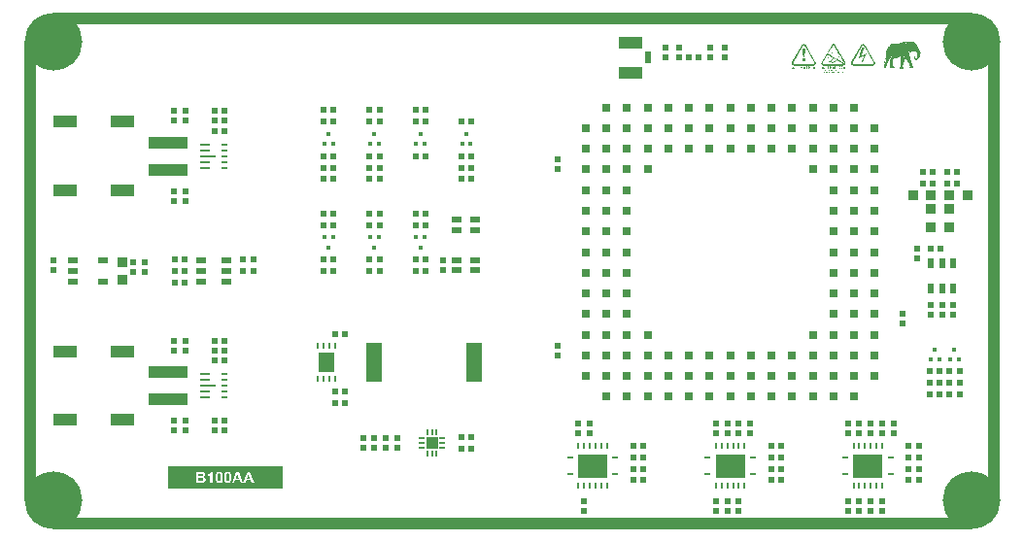
<source format=gts>
G04*
G04 #@! TF.GenerationSoftware,Altium Limited,Altium Designer,20.0.13 (296)*
G04*
G04 Layer_Color=8388736*
%FSLAX24Y24*%
%MOIN*%
G70*
G01*
G75*
%ADD38R,3.1496X0.0394*%
%ADD39R,0.0394X1.5748*%
%ADD40R,0.0520X0.1346*%
%ADD41R,0.0579X0.0697*%
%ADD42R,0.0106X0.0205*%
%ADD43R,0.0193X0.0213*%
%ADD44R,0.0213X0.0193*%
%ADD45R,0.1012X0.0815*%
%ADD46R,0.0244X0.0106*%
%ADD47R,0.0106X0.0244*%
%ADD48R,0.0323X0.0205*%
%ADD49R,0.0323X0.0323*%
%ADD50R,0.0165X0.0165*%
%ADD51R,0.0165X0.0165*%
%ADD52R,0.0402X0.0402*%
%ADD53R,0.0205X0.0106*%
%ADD54R,0.0362X0.0106*%
%ADD55R,0.0520X0.0106*%
%ADD56R,0.1346X0.0394*%
%ADD57R,0.0795X0.0402*%
%ADD58R,0.0323X0.0323*%
%ADD59R,0.0205X0.0323*%
%ADD60R,0.0244X0.0402*%
G04:AMPARAMS|DCode=61|XSize=28.3mil|YSize=28.3mil|CornerRadius=3.2mil|HoleSize=0mil|Usage=FLASHONLY|Rotation=0.000|XOffset=0mil|YOffset=0mil|HoleType=Round|Shape=RoundedRectangle|*
%AMROUNDEDRECTD61*
21,1,0.0283,0.0220,0,0,0.0*
21,1,0.0220,0.0283,0,0,0.0*
1,1,0.0063,0.0110,-0.0110*
1,1,0.0063,-0.0110,-0.0110*
1,1,0.0063,-0.0110,0.0110*
1,1,0.0063,0.0110,0.0110*
%
%ADD61ROUNDEDRECTD61*%
%ADD62C,0.0295*%
%ADD63C,0.1976*%
G36*
X29265Y15742D02*
X29290D01*
Y15735D01*
X29341D01*
Y15742D01*
X29404D01*
Y15735D01*
X29468D01*
Y15729D01*
X29506D01*
Y15723D01*
X29531D01*
Y15716D01*
X29537D01*
Y15710D01*
X29550D01*
Y15704D01*
X29563D01*
Y15697D01*
X29569D01*
Y15691D01*
X29575D01*
Y15685D01*
X29582D01*
Y15678D01*
X29588D01*
Y15672D01*
X29594D01*
Y15666D01*
X29601D01*
Y15659D01*
Y15653D01*
X29594D01*
Y15647D01*
Y15640D01*
X29601D01*
Y15647D01*
X29607D01*
Y15653D01*
X29613D01*
Y15647D01*
Y15640D01*
X29620D01*
Y15634D01*
Y15628D01*
X29632D01*
Y15621D01*
X29626D01*
Y15615D01*
X29639D01*
Y15609D01*
X29645D01*
Y15602D01*
Y15596D01*
Y15590D01*
X29651D01*
Y15583D01*
X29658D01*
Y15577D01*
Y15571D01*
X29664D01*
Y15564D01*
Y15558D01*
Y15552D01*
X29670D01*
Y15545D01*
Y15539D01*
X29677D01*
Y15533D01*
Y15526D01*
X29683D01*
Y15520D01*
Y15514D01*
X29689D01*
Y15507D01*
X29696D01*
Y15501D01*
Y15495D01*
X29702D01*
Y15488D01*
Y15482D01*
X29708D01*
Y15476D01*
X29715D01*
Y15469D01*
X29708D01*
Y15463D01*
X29715D01*
Y15457D01*
X29721D01*
Y15450D01*
Y15444D01*
Y15438D01*
X29727D01*
Y15431D01*
Y15425D01*
Y15418D01*
X29734D01*
Y15412D01*
Y15406D01*
Y15399D01*
Y15393D01*
Y15387D01*
X29740D01*
Y15380D01*
Y15374D01*
X29822D01*
Y15368D01*
X29816D01*
Y15361D01*
X29803D01*
Y15355D01*
X29778D01*
Y15349D01*
X29816D01*
Y15342D01*
X29810D01*
Y15336D01*
X29803D01*
Y15342D01*
X29797D01*
Y15336D01*
X29791D01*
Y15330D01*
X29746D01*
Y15323D01*
Y15317D01*
Y15311D01*
Y15304D01*
Y15298D01*
Y15292D01*
Y15285D01*
Y15279D01*
Y15273D01*
Y15266D01*
X29740D01*
Y15260D01*
Y15254D01*
Y15247D01*
Y15241D01*
X29734D01*
Y15235D01*
X29727D01*
Y15228D01*
X29734D01*
Y15222D01*
X29727D01*
Y15216D01*
X29721D01*
Y15209D01*
X29715D01*
Y15203D01*
X29721D01*
Y15197D01*
X29715D01*
Y15190D01*
Y15184D01*
X29708D01*
Y15190D01*
X29702D01*
Y15184D01*
X29708D01*
Y15178D01*
Y15171D01*
X29702D01*
Y15165D01*
X29696D01*
Y15159D01*
Y15152D01*
X29689D01*
Y15146D01*
X29677D01*
Y15140D01*
Y15133D01*
X29664D01*
Y15127D01*
X29658D01*
Y15121D01*
X29645D01*
Y15114D01*
X29626D01*
Y15108D01*
X29594D01*
Y15114D01*
X29575D01*
Y15121D01*
X29563D01*
Y15127D01*
X29556D01*
Y15133D01*
X29550D01*
Y15140D01*
X29544D01*
Y15146D01*
Y15152D01*
Y15159D01*
X29537D01*
Y15165D01*
Y15171D01*
X29531D01*
Y15178D01*
Y15184D01*
Y15190D01*
Y15197D01*
X29537D01*
Y15203D01*
X29544D01*
Y15209D01*
X29537D01*
Y15216D01*
X29544D01*
Y15222D01*
Y15228D01*
X29550D01*
Y15235D01*
X29556D01*
Y15241D01*
X29563D01*
Y15247D01*
X29582D01*
Y15241D01*
X29588D01*
Y15235D01*
Y15228D01*
X29582D01*
Y15222D01*
X29588D01*
Y15216D01*
Y15209D01*
X29582D01*
Y15203D01*
X29575D01*
Y15197D01*
Y15190D01*
Y15184D01*
X29582D01*
Y15178D01*
X29594D01*
Y15171D01*
X29613D01*
Y15178D01*
X29626D01*
Y15184D01*
X29632D01*
Y15190D01*
X29639D01*
Y15197D01*
Y15203D01*
Y15209D01*
X29645D01*
Y15216D01*
X29651D01*
Y15222D01*
X29645D01*
Y15228D01*
X29651D01*
Y15235D01*
Y15241D01*
Y15247D01*
Y15254D01*
Y15260D01*
Y15266D01*
Y15273D01*
Y15279D01*
Y15285D01*
Y15292D01*
Y15298D01*
Y15304D01*
X29658D01*
Y15311D01*
X29651D01*
Y15317D01*
Y15323D01*
X29645D01*
Y15330D01*
Y15336D01*
X29639D01*
Y15342D01*
Y15349D01*
Y15355D01*
X29632D01*
Y15361D01*
Y15368D01*
X29626D01*
Y15374D01*
Y15380D01*
X29620D01*
Y15387D01*
X29582D01*
Y15380D01*
X29563D01*
Y15387D01*
X29556D01*
Y15393D01*
X29544D01*
Y15399D01*
X29537D01*
Y15406D01*
X29525D01*
Y15412D01*
X29480D01*
Y15406D01*
X29474D01*
Y15399D01*
X29461D01*
Y15393D01*
Y15387D01*
X29442D01*
Y15380D01*
Y15374D01*
X29430D01*
Y15368D01*
X29417D01*
Y15374D01*
X29410D01*
Y15368D01*
X29398D01*
Y15374D01*
X29385D01*
Y15380D01*
X29372D01*
Y15387D01*
X29360D01*
Y15393D01*
Y15399D01*
X29353D01*
Y15393D01*
X29347D01*
Y15399D01*
X29341D01*
Y15406D01*
X29334D01*
Y15412D01*
Y15418D01*
X29341D01*
Y15425D01*
X29328D01*
Y15418D01*
Y15412D01*
X29322D01*
Y15418D01*
X29315D01*
Y15425D01*
X29309D01*
Y15431D01*
X29303D01*
Y15438D01*
X29296D01*
Y15444D01*
X29290D01*
Y15450D01*
X29284D01*
Y15457D01*
X29277D01*
Y15463D01*
Y15469D01*
X29271D01*
Y15476D01*
X29265D01*
Y15482D01*
X29258D01*
Y15488D01*
Y15495D01*
X29252D01*
Y15501D01*
X29246D01*
Y15507D01*
Y15514D01*
X29239D01*
Y15507D01*
Y15501D01*
X29246D01*
Y15495D01*
Y15488D01*
X29252D01*
Y15482D01*
Y15476D01*
X29258D01*
Y15469D01*
X29265D01*
Y15463D01*
X29271D01*
Y15457D01*
Y15450D01*
X29277D01*
Y15444D01*
X29284D01*
Y15438D01*
X29290D01*
Y15431D01*
X29296D01*
Y15425D01*
X29303D01*
Y15418D01*
X29315D01*
Y15412D01*
X29322D01*
Y15406D01*
X29328D01*
Y15399D01*
X29334D01*
Y15393D01*
X29347D01*
Y15387D01*
X29353D01*
Y15380D01*
Y15374D01*
X29366D01*
Y15368D01*
Y15361D01*
Y15355D01*
Y15349D01*
Y15342D01*
Y15336D01*
Y15330D01*
Y15323D01*
X29372D01*
Y15317D01*
Y15311D01*
Y15304D01*
Y15298D01*
Y15292D01*
Y15285D01*
Y15279D01*
Y15273D01*
X29379D01*
Y15266D01*
X29385D01*
Y15260D01*
Y15254D01*
Y15247D01*
X29391D01*
Y15241D01*
Y15235D01*
X29398D01*
Y15228D01*
Y15222D01*
Y15216D01*
Y15209D01*
Y15203D01*
X29404D01*
Y15197D01*
Y15190D01*
Y15184D01*
X29410D01*
Y15178D01*
Y15171D01*
X29404D01*
Y15165D01*
X29410D01*
Y15159D01*
X29417D01*
Y15152D01*
Y15146D01*
X29410D01*
Y15140D01*
X29417D01*
Y15133D01*
Y15127D01*
X29423D01*
Y15121D01*
Y15114D01*
Y15108D01*
X29430D01*
Y15102D01*
Y15095D01*
Y15089D01*
Y15083D01*
X29436D01*
Y15076D01*
Y15070D01*
Y15064D01*
X29442D01*
Y15057D01*
X29436D01*
Y15051D01*
X29442D01*
Y15045D01*
X29449D01*
Y15038D01*
Y15032D01*
Y15026D01*
X29455D01*
Y15019D01*
Y15013D01*
Y15007D01*
X29461D01*
Y15000D01*
X29455D01*
Y14994D01*
X29461D01*
Y14988D01*
Y14981D01*
X29468D01*
Y14975D01*
X29461D01*
Y14969D01*
X29468D01*
Y14962D01*
Y14956D01*
Y14950D01*
Y14943D01*
Y14937D01*
X29474D01*
Y14931D01*
Y14924D01*
Y14918D01*
X29480D01*
Y14912D01*
Y14905D01*
X29487D01*
Y14899D01*
Y14893D01*
X29493D01*
Y14886D01*
Y14880D01*
X29499D01*
Y14874D01*
X29506D01*
Y14867D01*
Y14861D01*
X29512D01*
Y14855D01*
X29518D01*
Y14848D01*
X29525D01*
Y14842D01*
Y14836D01*
X29518D01*
Y14829D01*
X29499D01*
Y14823D01*
X29442D01*
Y14817D01*
X29436D01*
Y14823D01*
X29391D01*
Y14829D01*
Y14836D01*
X29385D01*
Y14842D01*
Y14848D01*
Y14855D01*
Y14861D01*
X29391D01*
Y14867D01*
Y14874D01*
X29398D01*
Y14880D01*
X29404D01*
Y14886D01*
Y14893D01*
X29398D01*
Y14899D01*
Y14905D01*
Y14912D01*
X29391D01*
Y14918D01*
Y14924D01*
Y14931D01*
X29385D01*
Y14937D01*
Y14943D01*
Y14950D01*
X29379D01*
Y14956D01*
Y14962D01*
X29372D01*
Y14969D01*
Y14975D01*
X29366D01*
Y14981D01*
Y14988D01*
X29360D01*
Y14994D01*
Y15000D01*
X29353D01*
Y15007D01*
X29347D01*
Y15013D01*
Y15019D01*
X29341D01*
Y15026D01*
X29347D01*
Y15032D01*
X29334D01*
Y15038D01*
Y15045D01*
Y15051D01*
X29322D01*
Y15057D01*
Y15064D01*
X29315D01*
Y15070D01*
Y15076D01*
X29309D01*
Y15083D01*
X29303D01*
Y15089D01*
X29315D01*
Y15095D01*
X29296D01*
Y15102D01*
X29290D01*
Y15108D01*
Y15114D01*
X29284D01*
Y15121D01*
X29277D01*
Y15127D01*
X29271D01*
Y15133D01*
X29265D01*
Y15140D01*
X29258D01*
Y15146D01*
X29252D01*
Y15152D01*
X29246D01*
Y15159D01*
X29239D01*
Y15165D01*
X29233D01*
Y15171D01*
X29227D01*
Y15178D01*
X29220D01*
Y15184D01*
Y15190D01*
X29214D01*
Y15197D01*
X29208D01*
Y15203D01*
Y15209D01*
X29201D01*
Y15216D01*
X29195D01*
Y15222D01*
Y15228D01*
X29189D01*
Y15235D01*
Y15241D01*
X29182D01*
Y15247D01*
Y15254D01*
X29176D01*
Y15247D01*
Y15241D01*
X29182D01*
Y15235D01*
Y15228D01*
X29189D01*
Y15222D01*
Y15216D01*
X29195D01*
Y15209D01*
Y15203D01*
X29201D01*
Y15197D01*
X29208D01*
Y15190D01*
Y15184D01*
X29214D01*
Y15178D01*
X29220D01*
Y15171D01*
Y15165D01*
X29227D01*
Y15159D01*
Y15152D01*
Y15146D01*
Y15140D01*
X29220D01*
Y15133D01*
Y15127D01*
Y15121D01*
X29214D01*
Y15114D01*
Y15108D01*
Y15102D01*
X29208D01*
Y15095D01*
Y15089D01*
X29201D01*
Y15083D01*
Y15076D01*
Y15070D01*
X29195D01*
Y15064D01*
Y15057D01*
Y15051D01*
X29189D01*
Y15045D01*
Y15038D01*
Y15032D01*
Y15026D01*
X29182D01*
Y15019D01*
Y15013D01*
Y15007D01*
Y15000D01*
X29176D01*
Y14994D01*
Y14988D01*
Y14981D01*
X29170D01*
Y14975D01*
Y14969D01*
X29163D01*
Y14962D01*
Y14956D01*
Y14950D01*
X29157D01*
Y14943D01*
Y14937D01*
X29151D01*
Y14931D01*
Y14924D01*
Y14918D01*
Y14912D01*
Y14905D01*
X29144D01*
Y14899D01*
Y14893D01*
X29151D01*
Y14886D01*
Y14880D01*
Y14874D01*
X29157D01*
Y14867D01*
X29163D01*
Y14861D01*
X29170D01*
Y14855D01*
X29176D01*
Y14848D01*
X29182D01*
Y14842D01*
Y14836D01*
X29189D01*
Y14829D01*
Y14823D01*
Y14817D01*
X29176D01*
Y14810D01*
X29094D01*
Y14817D01*
X29075D01*
Y14810D01*
X29043D01*
Y14817D01*
X29037D01*
Y14823D01*
Y14829D01*
Y14836D01*
Y14842D01*
X29043D01*
Y14848D01*
Y14855D01*
X29049D01*
Y14861D01*
X29062D01*
Y14867D01*
Y14874D01*
Y14880D01*
X29068D01*
Y14886D01*
X29062D01*
Y14893D01*
Y14899D01*
Y14905D01*
Y14912D01*
Y14918D01*
Y14924D01*
Y14931D01*
Y14937D01*
Y14943D01*
Y14950D01*
Y14956D01*
X29068D01*
Y14962D01*
Y14969D01*
Y14975D01*
Y14981D01*
Y14988D01*
Y14994D01*
Y15000D01*
Y15007D01*
X29075D01*
Y15013D01*
Y15019D01*
Y15026D01*
Y15032D01*
Y15038D01*
X29081D01*
Y15045D01*
Y15051D01*
Y15057D01*
Y15064D01*
Y15070D01*
Y15076D01*
X29087D01*
Y15083D01*
Y15089D01*
Y15095D01*
Y15102D01*
Y15108D01*
Y15114D01*
Y15121D01*
Y15127D01*
Y15133D01*
Y15140D01*
Y15146D01*
Y15152D01*
X29094D01*
Y15159D01*
X29087D01*
Y15165D01*
Y15171D01*
Y15178D01*
Y15184D01*
Y15190D01*
Y15197D01*
Y15203D01*
Y15209D01*
X29081D01*
Y15216D01*
Y15222D01*
Y15228D01*
X29068D01*
Y15222D01*
X29056D01*
Y15216D01*
X29043D01*
Y15209D01*
X29030D01*
Y15203D01*
X29011D01*
Y15197D01*
X28992D01*
Y15190D01*
X28961D01*
Y15184D01*
X28948D01*
Y15190D01*
X28929D01*
Y15184D01*
X28885D01*
Y15190D01*
X28878D01*
Y15184D01*
X28885D01*
Y15178D01*
X28872D01*
Y15171D01*
Y15165D01*
X28866D01*
Y15159D01*
X28859D01*
Y15152D01*
X28853D01*
Y15146D01*
X28847D01*
Y15140D01*
X28840D01*
Y15133D01*
X28834D01*
Y15127D01*
X28828D01*
Y15121D01*
X28821D01*
Y15114D01*
Y15108D01*
X28815D01*
Y15102D01*
Y15095D01*
Y15089D01*
X28809D01*
Y15083D01*
Y15076D01*
X28802D01*
Y15070D01*
Y15064D01*
Y15057D01*
X28796D01*
Y15051D01*
Y15045D01*
Y15038D01*
Y15032D01*
X28802D01*
Y15026D01*
Y15019D01*
Y15013D01*
Y15007D01*
Y15000D01*
Y14994D01*
Y14988D01*
Y14981D01*
Y14975D01*
Y14969D01*
Y14962D01*
Y14956D01*
Y14950D01*
Y14943D01*
Y14937D01*
Y14931D01*
X28809D01*
Y14924D01*
Y14918D01*
Y14912D01*
X28815D01*
Y14905D01*
Y14899D01*
X28821D01*
Y14893D01*
X28828D01*
Y14886D01*
X28834D01*
Y14880D01*
X28840D01*
Y14874D01*
X28847D01*
Y14867D01*
X28853D01*
Y14861D01*
X28859D01*
Y14855D01*
X28866D01*
Y14848D01*
Y14842D01*
Y14836D01*
X28859D01*
Y14829D01*
X28720D01*
Y14836D01*
X28707D01*
Y14842D01*
Y14848D01*
Y14855D01*
Y14861D01*
Y14867D01*
Y14874D01*
Y14880D01*
Y14886D01*
Y14893D01*
Y14899D01*
Y14905D01*
Y14912D01*
Y14918D01*
Y14924D01*
X28714D01*
Y14931D01*
Y14937D01*
Y14943D01*
Y14950D01*
Y14956D01*
X28720D01*
Y14962D01*
Y14969D01*
Y14975D01*
Y14981D01*
Y14988D01*
Y14994D01*
Y15000D01*
Y15007D01*
Y15013D01*
Y15019D01*
Y15026D01*
Y15032D01*
Y15038D01*
Y15045D01*
Y15051D01*
Y15057D01*
X28714D01*
Y15064D01*
Y15070D01*
Y15076D01*
Y15083D01*
Y15089D01*
Y15095D01*
Y15102D01*
X28707D01*
Y15108D01*
X28701D01*
Y15114D01*
X28695D01*
Y15121D01*
X28701D01*
Y15127D01*
X28707D01*
Y15133D01*
X28714D01*
Y15140D01*
X28720D01*
Y15146D01*
X28726D01*
Y15152D01*
Y15159D01*
X28733D01*
Y15165D01*
X28745D01*
Y15171D01*
Y15178D01*
Y15184D01*
X28739D01*
Y15178D01*
X28733D01*
Y15171D01*
X28726D01*
Y15165D01*
X28720D01*
Y15159D01*
Y15152D01*
X28714D01*
Y15146D01*
X28707D01*
Y15152D01*
X28695D01*
Y15146D01*
X28707D01*
Y15140D01*
X28701D01*
Y15133D01*
X28695D01*
Y15127D01*
X28688D01*
Y15121D01*
Y15114D01*
X28682D01*
Y15108D01*
X28676D01*
Y15102D01*
X28669D01*
Y15095D01*
X28663D01*
Y15089D01*
Y15083D01*
X28656D01*
Y15076D01*
X28650D01*
Y15070D01*
Y15064D01*
X28644D01*
Y15057D01*
Y15051D01*
X28631D01*
Y15045D01*
X28637D01*
Y15038D01*
X28631D01*
Y15032D01*
X28625D01*
Y15026D01*
Y15019D01*
Y15013D01*
X28618D01*
Y15007D01*
Y15000D01*
X28612D01*
Y14994D01*
Y14988D01*
X28606D01*
Y14981D01*
X28612D01*
Y14975D01*
X28606D01*
Y14969D01*
Y14962D01*
Y14956D01*
Y14950D01*
X28599D01*
Y14956D01*
X28593D01*
Y14950D01*
X28599D01*
Y14943D01*
Y14937D01*
Y14931D01*
Y14924D01*
X28593D01*
Y14918D01*
Y14912D01*
Y14905D01*
X28587D01*
Y14899D01*
Y14893D01*
Y14886D01*
X28580D01*
Y14880D01*
X28587D01*
Y14874D01*
Y14867D01*
Y14861D01*
X28593D01*
Y14855D01*
X28587D01*
Y14861D01*
X28580D01*
Y14855D01*
X28587D01*
Y14848D01*
Y14842D01*
Y14836D01*
X28574D01*
Y14829D01*
X28568D01*
Y14836D01*
X28511D01*
Y14842D01*
X28504D01*
Y14848D01*
X28498D01*
Y14855D01*
Y14861D01*
X28492D01*
Y14867D01*
Y14874D01*
Y14880D01*
Y14886D01*
Y14893D01*
Y14899D01*
X28498D01*
Y14905D01*
Y14912D01*
X28504D01*
Y14918D01*
X28511D01*
Y14924D01*
X28517D01*
Y14931D01*
X28523D01*
Y14924D01*
X28530D01*
Y14931D01*
X28523D01*
Y14937D01*
Y14943D01*
Y14950D01*
Y14956D01*
X28530D01*
Y14962D01*
Y14969D01*
Y14975D01*
X28536D01*
Y14981D01*
Y14988D01*
X28542D01*
Y14994D01*
Y15000D01*
X28530D01*
Y14994D01*
X28523D01*
Y15000D01*
Y15007D01*
X28511D01*
Y15013D01*
Y15019D01*
X28517D01*
Y15026D01*
Y15032D01*
Y15038D01*
Y15045D01*
Y15051D01*
X28523D01*
Y15057D01*
Y15064D01*
Y15070D01*
X28530D01*
Y15076D01*
Y15083D01*
Y15089D01*
Y15095D01*
X28536D01*
Y15102D01*
Y15108D01*
Y15114D01*
X28542D01*
Y15121D01*
Y15127D01*
Y15133D01*
X28549D01*
Y15140D01*
Y15146D01*
Y15152D01*
Y15159D01*
X28555D01*
Y15152D01*
X28561D01*
Y15146D01*
Y15140D01*
Y15133D01*
Y15127D01*
X28555D01*
Y15121D01*
Y15114D01*
Y15108D01*
Y15102D01*
X28549D01*
Y15095D01*
Y15089D01*
Y15083D01*
X28542D01*
Y15076D01*
Y15070D01*
Y15064D01*
Y15057D01*
Y15051D01*
Y15045D01*
Y15038D01*
Y15032D01*
Y15026D01*
Y15019D01*
Y15013D01*
X28536D01*
Y15007D01*
X28549D01*
Y15013D01*
Y15019D01*
Y15026D01*
X28555D01*
Y15032D01*
Y15038D01*
Y15045D01*
Y15051D01*
X28561D01*
Y15057D01*
Y15064D01*
Y15070D01*
Y15076D01*
Y15083D01*
X28568D01*
Y15089D01*
Y15095D01*
Y15102D01*
Y15108D01*
Y15114D01*
Y15121D01*
Y15127D01*
Y15133D01*
Y15140D01*
Y15146D01*
Y15152D01*
Y15159D01*
X28561D01*
Y15165D01*
X28555D01*
Y15171D01*
Y15178D01*
Y15184D01*
X28561D01*
Y15190D01*
Y15197D01*
Y15203D01*
Y15209D01*
Y15216D01*
Y15222D01*
Y15228D01*
Y15235D01*
X28568D01*
Y15241D01*
Y15247D01*
Y15254D01*
Y15260D01*
Y15266D01*
Y15273D01*
Y15279D01*
X28574D01*
Y15285D01*
Y15292D01*
Y15298D01*
Y15304D01*
Y15311D01*
Y15317D01*
Y15323D01*
Y15330D01*
Y15336D01*
Y15342D01*
Y15349D01*
Y15355D01*
Y15361D01*
Y15368D01*
Y15374D01*
Y15380D01*
Y15387D01*
Y15393D01*
Y15399D01*
X28580D01*
Y15406D01*
Y15412D01*
Y15418D01*
Y15425D01*
Y15431D01*
X28587D01*
Y15438D01*
Y15444D01*
X28593D01*
Y15450D01*
Y15457D01*
Y15463D01*
X28599D01*
Y15469D01*
X28606D01*
Y15476D01*
Y15482D01*
X28612D01*
Y15488D01*
Y15495D01*
X28625D01*
Y15501D01*
Y15507D01*
Y15514D01*
X28631D01*
Y15520D01*
X28637D01*
Y15526D01*
X28650D01*
Y15533D01*
X28644D01*
Y15539D01*
X28650D01*
Y15545D01*
X28656D01*
Y15552D01*
Y15558D01*
X28663D01*
Y15564D01*
X28669D01*
Y15571D01*
Y15577D01*
X28676D01*
Y15583D01*
X28682D01*
Y15590D01*
X28688D01*
Y15583D01*
X28695D01*
Y15590D01*
X28688D01*
Y15596D01*
Y15602D01*
X28695D01*
Y15609D01*
X28701D01*
Y15615D01*
X28707D01*
Y15621D01*
X28714D01*
Y15628D01*
X28733D01*
Y15634D01*
Y15640D01*
X28739D01*
Y15634D01*
X28745D01*
Y15640D01*
Y15647D01*
X28758D01*
Y15653D01*
X28771D01*
Y15659D01*
X28796D01*
Y15666D01*
X28815D01*
Y15659D01*
X28821D01*
Y15666D01*
X28815D01*
Y15672D01*
X28866D01*
Y15678D01*
X29018D01*
Y15685D01*
X29049D01*
Y15691D01*
X29068D01*
Y15697D01*
X29087D01*
Y15704D01*
X29106D01*
Y15710D01*
X29132D01*
Y15716D01*
X29151D01*
Y15723D01*
X29176D01*
Y15729D01*
X29189D01*
Y15735D01*
X29208D01*
Y15742D01*
X29214D01*
Y15735D01*
X29220D01*
Y15742D01*
X29227D01*
Y15735D01*
X29233D01*
Y15742D01*
X29227D01*
Y15748D01*
X29265D01*
Y15742D01*
D02*
G37*
G36*
X7874Y394D02*
X3937D01*
Y1181D01*
X7874D01*
Y394D01*
D02*
G37*
G36*
X27800Y15656D02*
X27808Y15654D01*
X27816Y15652D01*
X27826Y15648D01*
X27836Y15642D01*
X27845Y15635D01*
X27847Y15634D01*
X27848Y15631D01*
X27851Y15628D01*
X27854Y15626D01*
X27854Y15625D01*
X27856Y15622D01*
X27858Y15619D01*
X27861Y15615D01*
X28190Y15044D01*
X28191Y15042D01*
X28193Y15039D01*
X28196Y15033D01*
X28198Y15025D01*
X28201Y15016D01*
X28202Y15006D01*
X28203Y14994D01*
X28201Y14983D01*
Y14982D01*
X28200Y14979D01*
X28199Y14975D01*
X28197Y14971D01*
Y14970D01*
X28196Y14968D01*
X28194Y14964D01*
X28192Y14959D01*
X28191Y14958D01*
X28188Y14954D01*
X28184Y14949D01*
X28179Y14943D01*
X28173Y14937D01*
X28164Y14931D01*
X28155Y14925D01*
X28144Y14920D01*
X28142D01*
X28139Y14919D01*
X28135Y14918D01*
X28132Y14918D01*
X28131D01*
X28129Y14917D01*
X28125D01*
X28120Y14916D01*
X27453D01*
X27447Y14918D01*
X27439Y14919D01*
X27430Y14922D01*
X27420Y14926D01*
X27410Y14931D01*
X27400Y14939D01*
X27400Y14939D01*
X27397Y14941D01*
X27395Y14945D01*
X27392Y14948D01*
X27391Y14949D01*
X27389Y14951D01*
X27387Y14954D01*
X27385Y14958D01*
X27385D01*
Y14959D01*
X27384Y14960D01*
X27382Y14964D01*
X27380Y14970D01*
X27377Y14977D01*
X27376Y14985D01*
X27374Y14995D01*
Y15006D01*
X27376Y15018D01*
Y15019D01*
X27376Y15019D01*
X27377Y15023D01*
X27377Y15027D01*
X27379Y15029D01*
Y15030D01*
X27380Y15033D01*
X27381Y15036D01*
X27384Y15041D01*
Y15042D01*
X27385Y15042D01*
X27715Y15614D01*
X27715Y15614D01*
X27717Y15616D01*
X27719Y15620D01*
X27721Y15624D01*
X27724Y15628D01*
X27729Y15633D01*
X27734Y15637D01*
X27740Y15641D01*
X27740D01*
X27741Y15643D01*
X27743Y15643D01*
X27745Y15645D01*
X27746Y15646D01*
X27749Y15647D01*
X27753Y15649D01*
X27758Y15651D01*
X27765Y15653D01*
X27772Y15655D01*
X27780Y15656D01*
X27788Y15657D01*
X27793D01*
X27800Y15656D01*
D02*
G37*
G36*
X26783D02*
X26791Y15654D01*
X26800Y15652D01*
X26809Y15648D01*
X26819Y15642D01*
X26828Y15635D01*
X26830Y15634D01*
X26832Y15631D01*
X26834Y15628D01*
X26837Y15626D01*
X26838Y15625D01*
X26839Y15622D01*
X26842Y15619D01*
X26844Y15615D01*
X27173Y15044D01*
X27174Y15042D01*
X27176Y15039D01*
X27179Y15033D01*
X27181Y15025D01*
X27184Y15016D01*
X27185Y15006D01*
X27186Y14994D01*
X27184Y14983D01*
Y14982D01*
X27183Y14979D01*
X27182Y14975D01*
X27180Y14971D01*
Y14970D01*
X27179Y14968D01*
X27177Y14964D01*
X27175Y14959D01*
X27174Y14958D01*
X27171Y14954D01*
X27168Y14949D01*
X27162Y14943D01*
X27156Y14937D01*
X27147Y14931D01*
X27138Y14925D01*
X27127Y14920D01*
X27126D01*
X27122Y14919D01*
X27118Y14918D01*
X27115Y14918D01*
X27114D01*
X27112Y14917D01*
X27109D01*
X27103Y14916D01*
X26436D01*
X26430Y14918D01*
X26422Y14919D01*
X26413Y14922D01*
X26403Y14926D01*
X26393Y14931D01*
X26384Y14939D01*
X26383Y14939D01*
X26380Y14941D01*
X26378Y14945D01*
X26375Y14948D01*
X26374Y14949D01*
X26372Y14951D01*
X26371Y14954D01*
X26369Y14958D01*
X26368D01*
Y14959D01*
X26367Y14960D01*
X26365Y14964D01*
X26363Y14970D01*
X26361Y14977D01*
X26359Y14985D01*
X26357Y14995D01*
Y15006D01*
X26359Y15018D01*
Y15019D01*
X26359Y15019D01*
X26360Y15023D01*
X26361Y15027D01*
X26362Y15029D01*
Y15030D01*
X26363Y15033D01*
X26365Y15036D01*
X26367Y15041D01*
Y15042D01*
X26368Y15042D01*
X26698Y15614D01*
X26699Y15614D01*
X26700Y15616D01*
X26702Y15620D01*
X26704Y15624D01*
X26708Y15628D01*
X26712Y15633D01*
X26718Y15637D01*
X26723Y15641D01*
X26723D01*
X26724Y15643D01*
X26726Y15643D01*
X26729Y15645D01*
X26729Y15646D01*
X26732Y15647D01*
X26736Y15649D01*
X26741Y15651D01*
X26748Y15653D01*
X26755Y15655D01*
X26763Y15656D01*
X26771Y15657D01*
X26777D01*
X26783Y15656D01*
D02*
G37*
G36*
X25766D02*
X25774Y15654D01*
X25783Y15652D01*
X25793Y15648D01*
X25802Y15642D01*
X25812Y15635D01*
X25813Y15634D01*
X25815Y15631D01*
X25817Y15628D01*
X25820Y15626D01*
X25821Y15625D01*
X25822Y15622D01*
X25825Y15619D01*
X25827Y15615D01*
X26157Y15044D01*
X26157Y15042D01*
X26159Y15039D01*
X26162Y15033D01*
X26165Y15025D01*
X26167Y15016D01*
X26168Y15006D01*
X26169Y14994D01*
X26167Y14983D01*
Y14982D01*
X26166Y14979D01*
X26165Y14975D01*
X26163Y14971D01*
Y14970D01*
X26162Y14968D01*
X26161Y14964D01*
X26158Y14959D01*
X26157Y14958D01*
X26155Y14954D01*
X26151Y14949D01*
X26146Y14943D01*
X26139Y14937D01*
X26130Y14931D01*
X26121Y14925D01*
X26110Y14920D01*
X26109D01*
X26105Y14919D01*
X26102Y14918D01*
X26098Y14918D01*
X26098D01*
X26096Y14917D01*
X26092D01*
X26086Y14916D01*
X25419D01*
X25413Y14918D01*
X25406Y14919D01*
X25396Y14922D01*
X25387Y14926D01*
X25377Y14931D01*
X25367Y14939D01*
X25366Y14939D01*
X25364Y14941D01*
X25361Y14945D01*
X25358Y14948D01*
X25358Y14949D01*
X25356Y14951D01*
X25354Y14954D01*
X25352Y14958D01*
X25351D01*
Y14959D01*
X25350Y14960D01*
X25348Y14964D01*
X25346Y14970D01*
X25344Y14977D01*
X25342Y14985D01*
X25341Y14995D01*
Y15006D01*
X25342Y15018D01*
Y15019D01*
X25343Y15019D01*
X25343Y15023D01*
X25344Y15027D01*
X25345Y15029D01*
Y15030D01*
X25346Y15033D01*
X25348Y15036D01*
X25350Y15041D01*
Y15042D01*
X25351Y15042D01*
X25681Y15614D01*
X25682Y15614D01*
X25683Y15616D01*
X25685Y15620D01*
X25688Y15624D01*
X25691Y15628D01*
X25695Y15633D01*
X25701Y15637D01*
X25706Y15641D01*
X25707D01*
X25707Y15643D01*
X25709Y15643D01*
X25712Y15645D01*
X25713Y15646D01*
X25715Y15647D01*
X25719Y15649D01*
X25724Y15651D01*
X25731Y15653D01*
X25738Y15655D01*
X25746Y15656D01*
X25755Y15657D01*
X25760D01*
X25766Y15656D01*
D02*
G37*
G36*
X27175Y14798D02*
X27160D01*
X27105Y14880D01*
Y14798D01*
X27092D01*
Y14903D01*
X27107D01*
X27161Y14821D01*
Y14903D01*
X27175D01*
Y14798D01*
D02*
G37*
G36*
X26825D02*
X26811D01*
X26756Y14880D01*
Y14798D01*
X26742D01*
Y14903D01*
X26757D01*
X26812Y14821D01*
Y14903D01*
X26825D01*
Y14798D01*
D02*
G37*
G36*
X26158D02*
X26144D01*
X26088Y14880D01*
Y14798D01*
X26075D01*
Y14903D01*
X26090D01*
X26144Y14821D01*
Y14903D01*
X26158D01*
Y14798D01*
D02*
G37*
G36*
X25808D02*
X25794D01*
X25739Y14880D01*
Y14798D01*
X25726D01*
Y14903D01*
X25740D01*
X25795Y14821D01*
Y14903D01*
X25808D01*
Y14798D01*
D02*
G37*
G36*
X26954D02*
X26940D01*
Y14903D01*
X26954D01*
Y14798D01*
D02*
G37*
G36*
X26924Y14890D02*
X26889D01*
Y14798D01*
X26875D01*
Y14890D01*
X26840D01*
Y14903D01*
X26924D01*
Y14890D01*
D02*
G37*
G36*
X26721D02*
X26659D01*
Y14858D01*
X26718D01*
Y14846D01*
X26659D01*
Y14810D01*
X26723D01*
Y14798D01*
X26645D01*
Y14903D01*
X26721D01*
Y14890D01*
D02*
G37*
G36*
X26631D02*
X26596D01*
Y14798D01*
X26582D01*
Y14890D01*
X26548D01*
Y14903D01*
X26631D01*
Y14890D01*
D02*
G37*
G36*
X26542D02*
X26507D01*
Y14798D01*
X26493D01*
Y14890D01*
X26458D01*
Y14903D01*
X26542D01*
Y14890D01*
D02*
G37*
G36*
X26466Y14798D02*
X26451D01*
X26438Y14830D01*
X26394D01*
X26383Y14798D01*
X26368D01*
X26409Y14903D01*
X26423D01*
X26466Y14798D01*
D02*
G37*
G36*
X25938D02*
X25923D01*
Y14903D01*
X25938D01*
Y14798D01*
D02*
G37*
G36*
X25907Y14890D02*
X25872D01*
Y14798D01*
X25858D01*
Y14890D01*
X25823D01*
Y14903D01*
X25907D01*
Y14890D01*
D02*
G37*
G36*
X25705D02*
X25642D01*
Y14858D01*
X25701D01*
Y14846D01*
X25642D01*
Y14810D01*
X25707D01*
Y14798D01*
X25629D01*
Y14903D01*
X25705D01*
Y14890D01*
D02*
G37*
G36*
X25614D02*
X25579D01*
Y14798D01*
X25566D01*
Y14890D01*
X25531D01*
Y14903D01*
X25614D01*
Y14890D01*
D02*
G37*
G36*
X25525D02*
X25490D01*
Y14798D01*
X25476D01*
Y14890D01*
X25442D01*
Y14903D01*
X25525D01*
Y14890D01*
D02*
G37*
G36*
X25449Y14798D02*
X25434D01*
X25421Y14830D01*
X25377D01*
X25366Y14798D01*
X25351D01*
X25392Y14903D01*
X25406D01*
X25449Y14798D01*
D02*
G37*
G36*
X27030Y14904D02*
X27033D01*
X27042Y14901D01*
X27046Y14900D01*
X27051Y14897D01*
X27051D01*
X27053Y14896D01*
X27055Y14895D01*
X27057Y14893D01*
X27063Y14887D01*
X27068Y14878D01*
Y14878D01*
X27069Y14876D01*
X27070Y14874D01*
X27072Y14870D01*
X27072Y14866D01*
X27074Y14861D01*
X27074Y14850D01*
Y14849D01*
Y14848D01*
Y14844D01*
X27074Y14841D01*
X27072Y14832D01*
X27068Y14822D01*
Y14821D01*
X27067Y14820D01*
X27065Y14817D01*
X27063Y14815D01*
X27057Y14809D01*
X27049Y14803D01*
X27049D01*
X27048Y14802D01*
X27045Y14801D01*
X27042Y14800D01*
X27034Y14798D01*
X27025Y14796D01*
X27022D01*
X27019Y14797D01*
X27015D01*
X27007Y14800D01*
X27002Y14801D01*
X26998Y14804D01*
X26997D01*
X26996Y14805D01*
X26994Y14806D01*
X26991Y14808D01*
X26985Y14814D01*
X26980Y14823D01*
Y14823D01*
X26979Y14825D01*
X26978Y14827D01*
X26977Y14830D01*
X26976Y14834D01*
X26975Y14839D01*
X26974Y14849D01*
Y14851D01*
Y14853D01*
X26975Y14859D01*
X26976Y14864D01*
X26977Y14870D01*
X26980Y14878D01*
X26983Y14884D01*
X26988Y14890D01*
X26988Y14891D01*
X26990Y14892D01*
X26994Y14895D01*
X26998Y14897D01*
X27003Y14900D01*
X27009Y14903D01*
X27017Y14904D01*
X27025Y14905D01*
X27027D01*
X27030Y14904D01*
D02*
G37*
G36*
X26013D02*
X26016D01*
X26025Y14901D01*
X26029Y14900D01*
X26034Y14897D01*
X26035D01*
X26036Y14896D01*
X26038Y14895D01*
X26041Y14893D01*
X26046Y14887D01*
X26052Y14878D01*
Y14878D01*
X26052Y14876D01*
X26054Y14874D01*
X26055Y14870D01*
X26056Y14866D01*
X26057Y14861D01*
X26058Y14850D01*
Y14849D01*
Y14848D01*
Y14844D01*
X26057Y14841D01*
X26055Y14832D01*
X26051Y14822D01*
Y14821D01*
X26050Y14820D01*
X26048Y14817D01*
X26046Y14815D01*
X26041Y14809D01*
X26033Y14803D01*
X26032D01*
X26031Y14802D01*
X26028Y14801D01*
X26025Y14800D01*
X26017Y14798D01*
X26008Y14796D01*
X26005D01*
X26002Y14797D01*
X25999D01*
X25990Y14800D01*
X25985Y14801D01*
X25981Y14804D01*
X25980D01*
X25979Y14805D01*
X25977Y14806D01*
X25974Y14808D01*
X25968Y14814D01*
X25963Y14823D01*
Y14823D01*
X25962Y14825D01*
X25961Y14827D01*
X25961Y14830D01*
X25959Y14834D01*
X25958Y14839D01*
X25957Y14849D01*
Y14851D01*
Y14853D01*
X25958Y14859D01*
X25959Y14864D01*
X25961Y14870D01*
X25963Y14878D01*
X25966Y14884D01*
X25971Y14890D01*
X25972Y14891D01*
X25974Y14892D01*
X25977Y14895D01*
X25981Y14897D01*
X25986Y14900D01*
X25993Y14903D01*
X26000Y14904D01*
X26008Y14905D01*
X26010D01*
X26013Y14904D01*
D02*
G37*
G36*
X26855Y14781D02*
X26859Y14781D01*
X26859Y14780D01*
X26861Y14779D01*
X26863Y14777D01*
X26865Y14775D01*
X26866Y14774D01*
X26866Y14773D01*
X26867Y14770D01*
X26868Y14767D01*
X26861Y14766D01*
Y14767D01*
X26861Y14769D01*
X26860Y14771D01*
X26858Y14773D01*
X26857Y14774D01*
X26855Y14775D01*
X26853Y14775D01*
X26849Y14776D01*
X26845D01*
X26842Y14775D01*
X26840Y14774D01*
X26839Y14773D01*
X26838Y14772D01*
X26837Y14771D01*
X26836Y14768D01*
Y14767D01*
X26837Y14767D01*
X26838Y14765D01*
X26839Y14764D01*
X26840D01*
X26841Y14762D01*
X26844Y14761D01*
X26849Y14760D01*
X26850D01*
X26854Y14758D01*
X26858Y14758D01*
X26861Y14756D01*
X26861Y14756D01*
X26863Y14755D01*
X26865Y14753D01*
X26867Y14751D01*
X26868Y14750D01*
X26868Y14749D01*
X26869Y14747D01*
X26870Y14744D01*
Y14743D01*
Y14741D01*
X26868Y14739D01*
X26867Y14736D01*
X26866Y14735D01*
X26865Y14734D01*
X26863Y14733D01*
X26861Y14731D01*
X26860Y14731D01*
X26857Y14730D01*
X26854Y14729D01*
X26850Y14729D01*
X26849D01*
X26846Y14729D01*
X26842Y14730D01*
X26838Y14731D01*
X26838D01*
X26836Y14733D01*
X26833Y14734D01*
X26831Y14737D01*
X26830Y14737D01*
X26830Y14739D01*
X26828Y14742D01*
X26828Y14746D01*
X26834Y14747D01*
Y14746D01*
Y14745D01*
X26835Y14742D01*
X26836Y14740D01*
Y14739D01*
X26838Y14739D01*
X26839Y14737D01*
X26842Y14736D01*
X26844D01*
X26847Y14735D01*
X26857D01*
X26859Y14736D01*
X26860Y14737D01*
X26861Y14739D01*
X26862Y14739D01*
X26863Y14740D01*
X26863Y14741D01*
Y14743D01*
Y14744D01*
Y14745D01*
X26863Y14746D01*
X26861Y14747D01*
Y14748D01*
X26860Y14748D01*
X26859Y14749D01*
X26857Y14750D01*
X26855Y14751D01*
X26852Y14752D01*
X26847Y14753D01*
X26846Y14754D01*
X26843Y14754D01*
X26840Y14755D01*
X26837Y14756D01*
X26836Y14757D01*
X26835Y14758D01*
X26832Y14762D01*
Y14762D01*
X26831Y14764D01*
X26830Y14766D01*
X26830Y14767D01*
Y14768D01*
X26830Y14770D01*
X26831Y14773D01*
X26832Y14775D01*
Y14776D01*
X26834Y14777D01*
X26836Y14779D01*
X26839Y14781D01*
X26840D01*
X26842Y14781D01*
X26844Y14782D01*
X26851D01*
X26855Y14781D01*
D02*
G37*
G36*
X27054D02*
X27059Y14781D01*
X27063Y14778D01*
X27063Y14777D01*
X27065Y14775D01*
X27068Y14771D01*
X27070Y14767D01*
X27063Y14766D01*
X27063Y14766D01*
X27062Y14769D01*
X27060Y14771D01*
X27058Y14773D01*
X27057Y14774D01*
X27056Y14775D01*
X27053Y14775D01*
X27049Y14776D01*
X27046D01*
X27042Y14775D01*
X27039Y14773D01*
X27038Y14773D01*
X27037Y14771D01*
X27035Y14769D01*
X27033Y14766D01*
Y14765D01*
X27032Y14763D01*
X27032Y14760D01*
Y14756D01*
Y14754D01*
Y14752D01*
X27032Y14748D01*
X27034Y14744D01*
X27034Y14743D01*
X27035Y14741D01*
X27037Y14739D01*
X27040Y14737D01*
X27040D01*
X27042Y14736D01*
X27046Y14735D01*
X27049Y14735D01*
X27050D01*
X27052Y14735D01*
X27055Y14736D01*
X27059Y14737D01*
X27059Y14738D01*
X27061Y14740D01*
X27063Y14743D01*
X27064Y14747D01*
X27071Y14745D01*
Y14745D01*
X27070Y14744D01*
X27069Y14741D01*
X27067Y14737D01*
X27063Y14733D01*
X27062Y14733D01*
X27059Y14731D01*
X27055Y14729D01*
X27049Y14729D01*
X27048D01*
X27044Y14729D01*
X27040Y14731D01*
X27036Y14733D01*
X27035Y14733D01*
X27032Y14735D01*
X27030Y14737D01*
X27027Y14741D01*
Y14742D01*
X27027Y14743D01*
X27026Y14746D01*
X27025Y14750D01*
X27025Y14756D01*
Y14756D01*
Y14757D01*
X27025Y14760D01*
X27026Y14765D01*
X27028Y14770D01*
X27028Y14771D01*
X27030Y14773D01*
X27032Y14776D01*
X27036Y14779D01*
X27038Y14779D01*
X27040Y14781D01*
X27044Y14781D01*
X27049Y14782D01*
X27051D01*
X27054Y14781D01*
D02*
G37*
G36*
X26650D02*
X26655Y14781D01*
X26659Y14778D01*
X26660Y14777D01*
X26662Y14775D01*
X26664Y14771D01*
X26666Y14767D01*
X26660Y14766D01*
X26659Y14766D01*
X26658Y14769D01*
X26657Y14771D01*
X26655Y14773D01*
X26654Y14774D01*
X26652Y14775D01*
X26649Y14775D01*
X26645Y14776D01*
X26642D01*
X26639Y14775D01*
X26636Y14773D01*
X26635Y14773D01*
X26634Y14771D01*
X26632Y14769D01*
X26630Y14766D01*
Y14765D01*
X26629Y14762D01*
X26628Y14759D01*
X26628Y14756D01*
Y14754D01*
X26628Y14752D01*
X26629Y14748D01*
X26630Y14744D01*
X26631Y14743D01*
X26632Y14741D01*
X26634Y14739D01*
X26636Y14737D01*
X26637D01*
X26639Y14736D01*
X26642Y14735D01*
X26645Y14735D01*
X26647D01*
X26649Y14735D01*
X26652Y14736D01*
X26655Y14737D01*
X26655Y14738D01*
X26657Y14739D01*
X26658Y14743D01*
X26660Y14747D01*
X26668Y14745D01*
Y14745D01*
X26667Y14744D01*
X26666Y14741D01*
X26663Y14737D01*
X26660Y14733D01*
X26658Y14733D01*
X26656Y14731D01*
X26651Y14729D01*
X26645Y14729D01*
X26644D01*
X26641Y14729D01*
X26636Y14731D01*
X26632Y14733D01*
X26631Y14733D01*
X26629Y14735D01*
X26626Y14737D01*
X26624Y14741D01*
Y14742D01*
X26623Y14743D01*
X26622Y14746D01*
X26622Y14750D01*
X26621Y14756D01*
Y14756D01*
Y14757D01*
X26622Y14760D01*
X26622Y14765D01*
X26624Y14770D01*
X26625Y14771D01*
X26626Y14773D01*
X26629Y14776D01*
X26633Y14779D01*
X26634Y14779D01*
X26637Y14781D01*
X26641Y14781D01*
X26645Y14782D01*
X26647D01*
X26650Y14781D01*
D02*
G37*
G36*
X27014Y14730D02*
X27007D01*
Y14781D01*
X27014D01*
Y14730D01*
D02*
G37*
G36*
X26999Y14775D02*
X26982D01*
Y14730D01*
X26975D01*
Y14775D01*
X26958D01*
Y14781D01*
X26999D01*
Y14775D01*
D02*
G37*
G36*
X26962Y14730D02*
X26954D01*
X26947Y14745D01*
X26925D01*
X26920Y14730D01*
X26912D01*
X26933Y14781D01*
X26940D01*
X26962Y14730D01*
D02*
G37*
G36*
X26916Y14775D02*
X26899D01*
Y14730D01*
X26892D01*
Y14775D01*
X26875D01*
Y14781D01*
X26916D01*
Y14775D01*
D02*
G37*
G36*
X26751Y14781D02*
X26754Y14780D01*
X26755Y14779D01*
X26756Y14779D01*
X26758Y14777D01*
X26760Y14775D01*
X26761Y14774D01*
X26761Y14772D01*
X26762Y14770D01*
X26763Y14767D01*
Y14767D01*
X26762Y14764D01*
X26761Y14761D01*
X26759Y14758D01*
X26758Y14757D01*
X26756Y14756D01*
X26753Y14754D01*
X26748Y14752D01*
X26748D01*
X26749Y14752D01*
X26752Y14750D01*
X26753Y14750D01*
X26754Y14748D01*
X26756Y14747D01*
X26758Y14743D01*
X26767Y14730D01*
X26758D01*
X26751Y14740D01*
X26750Y14741D01*
X26749Y14743D01*
X26748Y14745D01*
X26746Y14747D01*
X26746Y14748D01*
X26745Y14748D01*
X26744Y14750D01*
X26742Y14750D01*
X26742Y14751D01*
X26741D01*
X26739Y14752D01*
X26739Y14752D01*
X26727D01*
Y14730D01*
X26721D01*
Y14781D01*
X26748D01*
X26751Y14781D01*
D02*
G37*
G36*
X26714Y14775D02*
X26696D01*
Y14730D01*
X26689D01*
Y14775D01*
X26672D01*
Y14781D01*
X26714D01*
Y14775D01*
D02*
G37*
G36*
X26612D02*
X26581D01*
Y14759D01*
X26611D01*
Y14753D01*
X26581D01*
Y14735D01*
X26613D01*
Y14730D01*
X26575D01*
Y14781D01*
X26612D01*
Y14775D01*
D02*
G37*
G36*
X26540Y14735D02*
X26566D01*
Y14730D01*
X26533D01*
Y14781D01*
X26540D01*
Y14735D01*
D02*
G37*
G36*
X26523Y14775D02*
X26492D01*
Y14759D01*
X26521D01*
Y14753D01*
X26492D01*
Y14735D01*
X26524D01*
Y14730D01*
X26485D01*
Y14781D01*
X26523D01*
Y14775D01*
D02*
G37*
G36*
X26801Y14781D02*
X26805Y14781D01*
X26809Y14779D01*
X26811Y14778D01*
X26813Y14776D01*
X26815Y14773D01*
X26818Y14769D01*
X26819Y14768D01*
X26820Y14765D01*
X26821Y14761D01*
X26821Y14755D01*
Y14754D01*
Y14754D01*
X26821Y14750D01*
X26820Y14745D01*
X26818Y14741D01*
X26817Y14740D01*
X26815Y14737D01*
X26813Y14735D01*
X26809Y14732D01*
X26808Y14731D01*
X26805Y14731D01*
X26802Y14729D01*
X26796Y14729D01*
X26795D01*
X26792Y14729D01*
X26788Y14731D01*
X26783Y14733D01*
X26782Y14733D01*
X26780Y14735D01*
X26777Y14737D01*
X26775Y14741D01*
X26774Y14742D01*
X26773Y14745D01*
X26772Y14749D01*
X26771Y14754D01*
Y14755D01*
Y14756D01*
X26772Y14759D01*
Y14762D01*
X26774Y14769D01*
X26778Y14775D01*
X26779Y14775D01*
X26779Y14776D01*
X26783Y14779D01*
X26788Y14781D01*
X26792Y14782D01*
X26798D01*
X26801Y14781D01*
D02*
G37*
G36*
X26620Y14712D02*
X26624Y14710D01*
X26624Y14710D01*
X26626Y14709D01*
X26628Y14707D01*
X26630Y14705D01*
X26631Y14704D01*
X26632Y14703D01*
X26632Y14699D01*
X26633Y14696D01*
X26626D01*
Y14697D01*
X26626Y14699D01*
X26624Y14701D01*
X26622Y14703D01*
X26622Y14704D01*
X26620Y14705D01*
X26617Y14705D01*
X26613Y14706D01*
X26610D01*
X26607Y14705D01*
X26605Y14703D01*
X26604Y14703D01*
X26603Y14702D01*
X26602Y14700D01*
X26601Y14698D01*
Y14697D01*
Y14697D01*
X26602Y14695D01*
X26603Y14693D01*
X26604D01*
X26606Y14693D01*
X26609Y14691D01*
X26614Y14689D01*
X26615D01*
X26618Y14689D01*
X26621Y14688D01*
X26626Y14686D01*
X26626Y14685D01*
X26628Y14685D01*
X26630Y14683D01*
X26632Y14681D01*
X26633Y14680D01*
X26634Y14679D01*
X26634Y14676D01*
Y14674D01*
Y14673D01*
Y14671D01*
X26634Y14668D01*
X26632Y14665D01*
X26632Y14664D01*
X26630Y14663D01*
X26628Y14662D01*
X26625Y14660D01*
X26624D01*
X26622Y14659D01*
X26619Y14659D01*
X26615Y14658D01*
X26611D01*
X26607Y14659D01*
X26603Y14660D01*
X26603Y14661D01*
X26601Y14661D01*
X26598Y14663D01*
X26596Y14666D01*
X26595Y14666D01*
X26594Y14669D01*
X26594Y14672D01*
X26593Y14676D01*
X26599Y14676D01*
Y14676D01*
Y14674D01*
X26600Y14672D01*
X26601Y14670D01*
X26603Y14668D01*
X26604Y14667D01*
X26607Y14665D01*
X26607D01*
X26609Y14664D01*
X26612Y14664D01*
X26617D01*
X26620Y14664D01*
X26622Y14665D01*
X26622D01*
X26624Y14666D01*
X26625Y14667D01*
X26626Y14668D01*
Y14669D01*
X26627Y14670D01*
X26628Y14673D01*
Y14674D01*
Y14674D01*
X26626Y14677D01*
Y14678D01*
X26625Y14678D01*
X26622Y14680D01*
X26621D01*
X26619Y14681D01*
X26616Y14682D01*
X26612Y14683D01*
X26611D01*
X26608Y14684D01*
X26605Y14685D01*
X26602Y14686D01*
X26601Y14687D01*
X26600Y14687D01*
X26598Y14689D01*
X26597Y14691D01*
Y14691D01*
X26596Y14693D01*
X26596Y14695D01*
X26595Y14697D01*
Y14698D01*
X26596Y14700D01*
X26596Y14703D01*
X26597Y14705D01*
Y14706D01*
X26599Y14707D01*
X26601Y14709D01*
X26603Y14710D01*
X26604Y14711D01*
X26607Y14712D01*
X26610Y14712D01*
X26617D01*
X26620Y14712D01*
D02*
G37*
G36*
X26469D02*
X26473Y14710D01*
X26474Y14710D01*
X26475Y14709D01*
X26478Y14707D01*
X26480Y14705D01*
X26481Y14704D01*
X26481Y14702D01*
X26482Y14699D01*
X26483Y14696D01*
X26475D01*
Y14697D01*
X26475Y14699D01*
X26474Y14701D01*
X26472Y14703D01*
X26472Y14704D01*
X26470Y14705D01*
X26467Y14705D01*
X26463Y14706D01*
X26460D01*
X26456Y14705D01*
X26454Y14703D01*
X26453Y14703D01*
X26453Y14702D01*
X26452Y14700D01*
X26451Y14698D01*
Y14697D01*
Y14697D01*
X26452Y14695D01*
X26453Y14693D01*
X26454D01*
X26455Y14693D01*
X26458Y14691D01*
X26464Y14689D01*
X26465D01*
X26468Y14689D01*
X26472Y14687D01*
X26475Y14686D01*
X26475Y14685D01*
X26477Y14685D01*
X26479Y14683D01*
X26481Y14681D01*
X26482Y14680D01*
X26483Y14679D01*
X26483Y14676D01*
X26484Y14674D01*
Y14673D01*
Y14671D01*
X26483Y14668D01*
X26481Y14665D01*
X26481Y14664D01*
X26480Y14663D01*
X26478Y14662D01*
X26475Y14660D01*
X26474D01*
X26472Y14659D01*
X26469Y14659D01*
X26465Y14658D01*
X26461D01*
X26456Y14659D01*
X26453Y14660D01*
X26452Y14661D01*
X26450Y14661D01*
X26447Y14663D01*
X26445Y14666D01*
X26445Y14666D01*
X26444Y14669D01*
X26443Y14672D01*
X26442Y14676D01*
X26449Y14676D01*
Y14676D01*
Y14674D01*
X26450Y14672D01*
X26451Y14670D01*
X26453Y14668D01*
X26454Y14667D01*
X26456Y14665D01*
X26457D01*
X26459Y14664D01*
X26462Y14664D01*
X26467D01*
X26472Y14665D01*
X26472Y14666D01*
X26473Y14666D01*
X26475Y14668D01*
X26476Y14669D01*
X26477Y14670D01*
X26477Y14671D01*
Y14673D01*
Y14674D01*
Y14674D01*
X26477Y14676D01*
X26475Y14677D01*
Y14678D01*
X26475Y14678D01*
X26472Y14680D01*
X26471Y14681D01*
X26468Y14682D01*
X26465Y14682D01*
X26462Y14683D01*
X26460D01*
X26458Y14684D01*
X26454Y14685D01*
X26452Y14686D01*
X26451Y14687D01*
X26450Y14687D01*
X26448Y14689D01*
X26446Y14691D01*
Y14691D01*
X26445Y14693D01*
X26445Y14697D01*
Y14698D01*
Y14700D01*
X26445Y14703D01*
X26447Y14705D01*
X26447Y14706D01*
X26449Y14707D01*
X26451Y14709D01*
X26453Y14710D01*
X26454Y14711D01*
X26456Y14712D01*
X26459Y14712D01*
X26466D01*
X26469Y14712D01*
D02*
G37*
G36*
X27045D02*
X27049Y14710D01*
X27054Y14708D01*
X27055Y14707D01*
X27057Y14705D01*
X27059Y14701D01*
X27061Y14697D01*
X27055Y14695D01*
X27054Y14696D01*
X27053Y14699D01*
X27051Y14701D01*
X27049Y14703D01*
X27049Y14704D01*
X27047Y14705D01*
X27044Y14706D01*
X27040Y14706D01*
X27040D01*
X27037Y14706D01*
X27034Y14705D01*
X27030Y14703D01*
X27030Y14703D01*
X27028Y14701D01*
X27026Y14699D01*
X27025Y14695D01*
Y14695D01*
X27024Y14693D01*
X27023Y14689D01*
Y14685D01*
Y14684D01*
Y14682D01*
X27024Y14678D01*
X27025Y14674D01*
X27026Y14673D01*
X27027Y14671D01*
X27028Y14668D01*
X27031Y14666D01*
X27032Y14666D01*
X27034Y14665D01*
X27036Y14664D01*
X27040Y14664D01*
X27040D01*
X27043Y14664D01*
X27046Y14665D01*
X27049Y14667D01*
X27050Y14668D01*
X27051Y14670D01*
X27053Y14672D01*
X27055Y14677D01*
X27062Y14676D01*
Y14675D01*
X27061Y14674D01*
X27060Y14671D01*
X27058Y14666D01*
X27054Y14663D01*
X27053Y14662D01*
X27050Y14661D01*
X27046Y14659D01*
X27040Y14658D01*
X27039D01*
X27036Y14659D01*
X27031Y14659D01*
X27027Y14661D01*
X27026Y14662D01*
X27024Y14664D01*
X27021Y14667D01*
X27019Y14671D01*
X27018Y14672D01*
X27017Y14676D01*
X27017Y14680D01*
X27016Y14685D01*
Y14686D01*
Y14687D01*
X27017Y14690D01*
X27017Y14695D01*
X27019Y14699D01*
X27019Y14701D01*
X27021Y14703D01*
X27024Y14706D01*
X27028Y14709D01*
X27029Y14710D01*
X27032Y14711D01*
X27036Y14712D01*
X27040Y14712D01*
X27042D01*
X27045Y14712D01*
D02*
G37*
G36*
X26584Y14659D02*
X26576D01*
X26549Y14700D01*
Y14659D01*
X26542D01*
Y14711D01*
X26549D01*
X26576Y14670D01*
Y14711D01*
X26584D01*
Y14659D01*
D02*
G37*
G36*
X26971D02*
X26964D01*
X26943Y14711D01*
X26951D01*
X26964Y14673D01*
X26965Y14672D01*
X26965Y14670D01*
X26967Y14667D01*
X26967Y14664D01*
Y14665D01*
X26968Y14667D01*
X26969Y14670D01*
X26970Y14673D01*
X26985Y14711D01*
X26991D01*
X26971Y14659D01*
D02*
G37*
G36*
X26751D02*
X26744D01*
X26724Y14711D01*
X26731D01*
X26745Y14673D01*
Y14672D01*
X26746Y14671D01*
X26746Y14668D01*
X26748Y14664D01*
Y14665D01*
X26748Y14667D01*
X26750Y14670D01*
X26751Y14673D01*
X26765Y14711D01*
X26772D01*
X26751Y14659D01*
D02*
G37*
G36*
X27109Y14705D02*
X27078D01*
Y14689D01*
X27107D01*
Y14683D01*
X27078D01*
Y14665D01*
X27110D01*
Y14659D01*
X27071D01*
Y14711D01*
X27109D01*
Y14705D01*
D02*
G37*
G36*
X27006Y14659D02*
X26999D01*
Y14711D01*
X27006D01*
Y14659D01*
D02*
G37*
G36*
X26938Y14705D02*
X26907D01*
Y14689D01*
X26936D01*
Y14683D01*
X26907D01*
Y14665D01*
X26939D01*
Y14659D01*
X26900D01*
Y14711D01*
X26938D01*
Y14705D01*
D02*
G37*
G36*
X26874Y14710D02*
X26875D01*
X26877Y14710D01*
X26882Y14706D01*
X26883Y14706D01*
X26885Y14704D01*
X26887Y14701D01*
X26888Y14697D01*
X26889Y14697D01*
X26889Y14694D01*
X26890Y14690D01*
Y14685D01*
Y14684D01*
Y14682D01*
X26889Y14678D01*
X26889Y14674D01*
Y14674D01*
X26888Y14672D01*
X26885Y14667D01*
X26885Y14666D01*
X26884Y14665D01*
X26882Y14664D01*
X26881Y14663D01*
X26880D01*
X26879Y14661D01*
X26874Y14659D01*
X26872D01*
X26869Y14659D01*
X26847D01*
Y14711D01*
X26871D01*
X26874Y14710D01*
D02*
G37*
G36*
X26816Y14705D02*
X26785D01*
Y14689D01*
X26814D01*
Y14683D01*
X26785D01*
Y14665D01*
X26817D01*
Y14659D01*
X26778D01*
Y14711D01*
X26816D01*
Y14705D01*
D02*
G37*
G36*
X26718Y14659D02*
X26710D01*
Y14711D01*
X26718D01*
Y14659D01*
D02*
G37*
G36*
X26702Y14705D02*
X26685D01*
Y14659D01*
X26678D01*
Y14705D01*
X26660D01*
Y14711D01*
X26702D01*
Y14705D01*
D02*
G37*
G36*
X26652Y14659D02*
X26645D01*
Y14711D01*
X26652D01*
Y14659D01*
D02*
G37*
G36*
X26531Y14705D02*
X26500D01*
Y14689D01*
X26530D01*
Y14683D01*
X26500D01*
Y14665D01*
X26533D01*
Y14659D01*
X26494D01*
Y14711D01*
X26531D01*
Y14705D01*
D02*
G37*
%LPC*%
G36*
X29296Y15710D02*
X29290D01*
Y15704D01*
X29296D01*
Y15697D01*
X29303D01*
Y15704D01*
X29296D01*
Y15710D01*
D02*
G37*
G36*
Y15697D02*
X29290D01*
Y15691D01*
X29296D01*
Y15697D01*
D02*
G37*
G36*
X29290Y15691D02*
X29284D01*
Y15685D01*
X29290D01*
Y15691D01*
D02*
G37*
G36*
X29277D02*
X29258D01*
Y15685D01*
X29277D01*
Y15691D01*
D02*
G37*
G36*
X29258Y15685D02*
X29239D01*
Y15678D01*
X29227D01*
Y15672D01*
X29214D01*
Y15666D01*
X29208D01*
Y15659D01*
X29201D01*
Y15653D01*
X29195D01*
Y15647D01*
Y15640D01*
Y15634D01*
Y15628D01*
Y15621D01*
Y15615D01*
Y15609D01*
Y15602D01*
Y15596D01*
X29201D01*
Y15590D01*
Y15583D01*
Y15577D01*
Y15571D01*
X29208D01*
Y15564D01*
Y15558D01*
Y15552D01*
X29214D01*
Y15558D01*
Y15564D01*
Y15571D01*
X29208D01*
Y15577D01*
Y15583D01*
Y15590D01*
Y15596D01*
Y15602D01*
X29201D01*
Y15609D01*
Y15615D01*
Y15621D01*
Y15628D01*
Y15634D01*
Y15640D01*
Y15647D01*
X29208D01*
Y15653D01*
X29214D01*
Y15647D01*
X29220D01*
Y15653D01*
X29214D01*
Y15659D01*
X29227D01*
Y15666D01*
X29233D01*
Y15672D01*
X29246D01*
Y15678D01*
X29258D01*
Y15685D01*
D02*
G37*
G36*
X28733Y15621D02*
X28726D01*
Y15615D01*
X28733D01*
Y15621D01*
D02*
G37*
G36*
X29537Y15615D02*
X29531D01*
Y15609D01*
X29537D01*
Y15602D01*
X29556D01*
Y15596D01*
X29563D01*
Y15602D01*
X29569D01*
Y15609D01*
X29537D01*
Y15615D01*
D02*
G37*
G36*
X29563Y15628D02*
X29544D01*
Y15621D01*
X29563D01*
Y15615D01*
X29569D01*
Y15609D01*
X29575D01*
Y15602D01*
Y15596D01*
Y15590D01*
X29582D01*
Y15596D01*
Y15602D01*
Y15609D01*
X29575D01*
Y15615D01*
X29569D01*
Y15621D01*
X29563D01*
Y15628D01*
D02*
G37*
G36*
X29189Y15602D02*
X29182D01*
Y15596D01*
Y15590D01*
X29195D01*
Y15596D01*
X29189D01*
Y15602D01*
D02*
G37*
G36*
X29220Y15545D02*
X29214D01*
Y15539D01*
X29220D01*
Y15545D01*
D02*
G37*
G36*
X29239Y15526D02*
X29233D01*
Y15520D01*
X29239D01*
Y15526D01*
D02*
G37*
G36*
X29512Y15520D02*
X29506D01*
Y15514D01*
X29512D01*
Y15520D01*
D02*
G37*
G36*
X29518Y15501D02*
X29512D01*
Y15495D01*
Y15488D01*
Y15482D01*
X29518D01*
Y15488D01*
Y15495D01*
Y15501D01*
D02*
G37*
G36*
X29499Y15457D02*
X29493D01*
Y15450D01*
X29499D01*
Y15457D01*
D02*
G37*
G36*
X29512Y15469D02*
X29506D01*
Y15463D01*
Y15457D01*
Y15450D01*
X29512D01*
Y15444D01*
X29518D01*
Y15450D01*
X29512D01*
Y15457D01*
Y15463D01*
Y15469D01*
D02*
G37*
G36*
X29506Y15444D02*
X29499D01*
Y15438D01*
Y15431D01*
X29506D01*
Y15438D01*
Y15444D01*
D02*
G37*
G36*
X29499Y15431D02*
X29493D01*
Y15425D01*
Y15418D01*
X29499D01*
Y15425D01*
Y15431D01*
D02*
G37*
G36*
X29569Y15393D02*
X29563D01*
Y15387D01*
X29569D01*
Y15393D01*
D02*
G37*
G36*
X29334D02*
X29328D01*
Y15387D01*
X29334D01*
Y15393D01*
D02*
G37*
G36*
X29436Y15387D02*
X29430D01*
Y15380D01*
X29436D01*
Y15387D01*
D02*
G37*
G36*
X28783Y15304D02*
X28777D01*
Y15298D01*
X28783D01*
Y15304D01*
D02*
G37*
G36*
X29170Y15285D02*
X29163D01*
Y15279D01*
X29170D01*
Y15285D01*
D02*
G37*
G36*
X29176Y15266D02*
X29170D01*
Y15260D01*
X29176D01*
Y15266D01*
D02*
G37*
G36*
X28783Y15279D02*
X28777D01*
Y15273D01*
Y15266D01*
Y15260D01*
X28783D01*
Y15266D01*
Y15273D01*
Y15279D01*
D02*
G37*
G36*
X29582Y15241D02*
X29569D01*
Y15235D01*
X29582D01*
Y15241D01*
D02*
G37*
G36*
X28771Y15260D02*
X28764D01*
Y15254D01*
X28771D01*
Y15247D01*
Y15241D01*
Y15235D01*
X28777D01*
Y15241D01*
Y15247D01*
Y15254D01*
X28771D01*
Y15260D01*
D02*
G37*
G36*
X29582Y15222D02*
X29575D01*
Y15216D01*
X29582D01*
Y15222D01*
D02*
G37*
G36*
X29398Y15203D02*
X29391D01*
Y15197D01*
X29398D01*
Y15203D01*
D02*
G37*
G36*
X28771Y15235D02*
X28764D01*
Y15228D01*
Y15222D01*
X28758D01*
Y15216D01*
Y15209D01*
X28752D01*
Y15203D01*
Y15197D01*
X28745D01*
Y15190D01*
Y15184D01*
X28752D01*
Y15190D01*
X28758D01*
Y15197D01*
Y15203D01*
X28764D01*
Y15209D01*
Y15216D01*
X28771D01*
Y15222D01*
Y15228D01*
Y15235D01*
D02*
G37*
G36*
X29575Y15184D02*
X29569D01*
Y15178D01*
X29575D01*
Y15184D01*
D02*
G37*
G36*
X29353Y15038D02*
X29347D01*
Y15032D01*
X29353D01*
Y15038D01*
D02*
G37*
G36*
X29449Y15026D02*
X29442D01*
Y15019D01*
X29449D01*
Y15026D01*
D02*
G37*
G36*
X28612Y15013D02*
X28606D01*
Y15007D01*
X28612D01*
Y15013D01*
D02*
G37*
G36*
X28555Y15000D02*
X28549D01*
Y14994D01*
X28555D01*
Y15000D01*
D02*
G37*
G36*
X28587Y14918D02*
X28580D01*
Y14912D01*
X28587D01*
Y14918D01*
D02*
G37*
G36*
X28536Y14848D02*
X28530D01*
Y14842D01*
X28536D01*
Y14848D01*
D02*
G37*
G36*
X5464Y981D02*
X5404D01*
X5402Y974D01*
X5399Y968D01*
X5396Y962D01*
X5392Y956D01*
X5388Y951D01*
X5384Y946D01*
X5381Y942D01*
X5377Y937D01*
X5373Y933D01*
X5370Y930D01*
X5367Y927D01*
X5364Y925D01*
X5362Y923D01*
X5360Y921D01*
X5359Y920D01*
X5359Y920D01*
X5352Y915D01*
X5346Y911D01*
X5341Y907D01*
X5335Y904D01*
X5330Y900D01*
X5324Y897D01*
X5320Y895D01*
X5316Y893D01*
X5311Y891D01*
X5308Y889D01*
X5305Y888D01*
X5302Y887D01*
X5300Y886D01*
X5299Y885D01*
X5298Y885D01*
X5297D01*
D01*
Y819D01*
X5307Y822D01*
X5317Y826D01*
X5326Y830D01*
X5335Y835D01*
X5343Y840D01*
X5351Y844D01*
X5358Y848D01*
X5364Y853D01*
X5370Y857D01*
X5376Y861D01*
X5380Y864D01*
X5384Y868D01*
X5387Y870D01*
X5389Y872D01*
X5391Y873D01*
X5391Y874D01*
Y601D01*
X5297D01*
D01*
X5464D01*
Y981D01*
D02*
G37*
G36*
X5817D02*
X5572D01*
X5694D01*
X5684Y980D01*
X5675Y979D01*
X5666Y977D01*
X5658Y974D01*
X5650Y971D01*
X5643Y968D01*
X5637Y965D01*
X5631Y961D01*
X5626Y957D01*
X5621Y954D01*
X5618Y951D01*
X5614Y948D01*
X5612Y945D01*
X5610Y943D01*
X5609Y942D01*
X5609Y942D01*
X5606Y937D01*
X5602Y932D01*
X5597Y922D01*
X5592Y910D01*
X5588Y898D01*
X5584Y885D01*
X5581Y872D01*
X5578Y860D01*
X5576Y847D01*
X5575Y835D01*
X5574Y824D01*
X5573Y814D01*
Y809D01*
X5572Y805D01*
X5572Y802D01*
Y798D01*
X5572Y795D01*
Y778D01*
X5572Y768D01*
X5573Y759D01*
X5573Y750D01*
X5574Y741D01*
X5575Y733D01*
X5576Y726D01*
X5577Y718D01*
X5578Y711D01*
X5580Y704D01*
X5581Y698D01*
X5583Y692D01*
X5584Y686D01*
X5586Y681D01*
X5587Y676D01*
X5589Y671D01*
X5592Y663D01*
X5595Y656D01*
X5598Y650D01*
X5600Y645D01*
X5603Y641D01*
X5604Y638D01*
X5605Y637D01*
X5606Y637D01*
X5612Y629D01*
X5619Y622D01*
X5626Y617D01*
X5634Y612D01*
X5641Y608D01*
X5649Y605D01*
X5656Y602D01*
X5663Y599D01*
X5669Y598D01*
X5675Y597D01*
X5681Y596D01*
X5685Y595D01*
X5689Y595D01*
X5692Y594D01*
X5694D01*
X5705Y595D01*
X5714Y596D01*
X5723Y598D01*
X5731Y600D01*
X5739Y603D01*
X5746Y606D01*
X5752Y610D01*
X5758Y614D01*
X5763Y617D01*
X5768Y621D01*
X5771Y624D01*
X5774Y627D01*
X5777Y629D01*
X5779Y631D01*
X5780Y633D01*
X5780Y633D01*
X5783Y638D01*
X5787Y642D01*
X5793Y653D01*
X5797Y665D01*
X5802Y677D01*
X5805Y689D01*
X5808Y702D01*
X5811Y715D01*
X5813Y728D01*
X5814Y740D01*
X5815Y751D01*
X5816Y761D01*
Y765D01*
X5817Y770D01*
X5817Y773D01*
Y777D01*
X5817Y780D01*
Y605D01*
Y797D01*
X5817Y806D01*
X5816Y816D01*
X5816Y824D01*
X5815Y833D01*
X5814Y841D01*
X5813Y849D01*
X5812Y857D01*
X5810Y864D01*
X5809Y870D01*
X5807Y877D01*
X5806Y883D01*
X5802Y894D01*
X5799Y904D01*
X5795Y913D01*
X5792Y921D01*
X5789Y927D01*
X5786Y932D01*
X5784Y936D01*
X5782Y939D01*
X5781Y941D01*
X5780Y941D01*
X5774Y948D01*
X5768Y954D01*
X5761Y960D01*
X5754Y964D01*
X5747Y968D01*
X5740Y971D01*
X5732Y974D01*
X5726Y976D01*
X5719Y977D01*
X5713Y979D01*
X5708Y979D01*
X5704Y980D01*
X5700Y980D01*
X5697Y981D01*
X5817D01*
D01*
D02*
G37*
G36*
X6898Y979D02*
X6519Y979D01*
X6666D01*
X6519Y601D01*
X6600D01*
X6631Y687D01*
X6782D01*
X6815Y601D01*
X6683Y601D01*
X6898Y601D01*
X6747Y979D01*
X6898Y979D01*
D01*
D02*
G37*
G36*
X6517Y979D02*
X6137D01*
X6284D01*
X6137Y601D01*
X6218D01*
X6249Y687D01*
X6401D01*
X6433Y601D01*
X6517D01*
X6366Y979D01*
X6517D01*
D01*
D02*
G37*
G36*
X5075D02*
X4913D01*
Y601D01*
X5230D01*
Y710D01*
X5229Y716D01*
X5229Y722D01*
X5228Y728D01*
X5227Y733D01*
X5225Y738D01*
X5224Y743D01*
X5222Y747D01*
X5220Y751D01*
X5219Y755D01*
X5217Y758D01*
X5215Y761D01*
X5214Y763D01*
X5213Y765D01*
X5212Y766D01*
X5211Y767D01*
X5211Y767D01*
X5207Y772D01*
X5203Y776D01*
X5195Y783D01*
X5186Y789D01*
X5178Y794D01*
X5174Y796D01*
X5170Y797D01*
X5166Y799D01*
X5163Y800D01*
X5161Y801D01*
X5159Y802D01*
X5158Y802D01*
X5158D01*
X5167Y806D01*
X5174Y812D01*
X5181Y817D01*
X5186Y822D01*
X5191Y827D01*
X5194Y831D01*
X5195Y833D01*
X5196Y834D01*
X5197Y835D01*
Y835D01*
X5199Y839D01*
X5201Y843D01*
X5205Y852D01*
X5207Y860D01*
X5209Y868D01*
X5210Y871D01*
X5210Y874D01*
X5211Y877D01*
Y879D01*
X5211Y881D01*
Y883D01*
Y884D01*
Y884D01*
X5210Y893D01*
X5209Y901D01*
X5207Y908D01*
X5205Y915D01*
X5204Y918D01*
X5203Y920D01*
X5202Y923D01*
X5201Y925D01*
X5200Y926D01*
X5200Y927D01*
X5199Y927D01*
Y928D01*
X5195Y935D01*
X5190Y941D01*
X5185Y946D01*
X5180Y951D01*
X5177Y954D01*
X5173Y957D01*
X5172Y958D01*
X5171Y959D01*
X5171Y959D01*
X5170D01*
X5164Y964D01*
X5157Y967D01*
X5150Y969D01*
X5144Y972D01*
X5138Y973D01*
X5136Y974D01*
X5134Y974D01*
X5133Y975D01*
X5132D01*
X5131Y975D01*
X5131D01*
X5126Y976D01*
X5121Y976D01*
X5116Y977D01*
X5111Y977D01*
X5100Y978D01*
X5089Y979D01*
X5079D01*
X5075Y979D01*
D02*
G37*
G36*
X5991Y981D02*
X5988D01*
X5978Y980D01*
X5969Y979D01*
X5960Y977D01*
X5952Y974D01*
X5944Y971D01*
X5937Y968D01*
X5931Y965D01*
X5925Y961D01*
X5920Y957D01*
X5915Y954D01*
X5912Y951D01*
X5908Y948D01*
X5906Y945D01*
X5904Y943D01*
X5903Y942D01*
X5903Y942D01*
X5899Y937D01*
X5896Y932D01*
X5891Y922D01*
X5886Y910D01*
X5881Y898D01*
X5878Y885D01*
X5875Y872D01*
X5872Y860D01*
X5870Y847D01*
X5869Y835D01*
X5868Y824D01*
X5867Y814D01*
Y809D01*
X5866Y805D01*
X5866Y802D01*
Y798D01*
X5866Y795D01*
Y778D01*
X5866Y768D01*
X5867Y759D01*
X5867Y750D01*
X5868Y741D01*
X5869Y733D01*
X5870Y726D01*
X5871Y718D01*
X5872Y711D01*
X5874Y704D01*
X5875Y698D01*
X5876Y692D01*
X5878Y686D01*
X5879Y681D01*
X5881Y676D01*
X5883Y671D01*
X5886Y663D01*
X5889Y656D01*
X5892Y650D01*
X5894Y645D01*
X5896Y641D01*
X5898Y638D01*
X5899Y637D01*
X5899Y637D01*
X5906Y629D01*
X5913Y622D01*
X5920Y617D01*
X5928Y612D01*
X5935Y608D01*
X5942Y605D01*
X5950Y602D01*
X5957Y599D01*
X5963Y598D01*
X5969Y597D01*
X5975Y596D01*
X5979Y595D01*
X5983Y595D01*
X5986Y594D01*
X5866D01*
D01*
X6111D01*
Y797D01*
X6111Y806D01*
X6110Y816D01*
X6110Y824D01*
X6109Y833D01*
X6108Y841D01*
X6107Y849D01*
X6105Y857D01*
X6104Y864D01*
X6103Y870D01*
X6101Y877D01*
X6100Y883D01*
X6096Y894D01*
X6093Y904D01*
X6089Y913D01*
X6086Y921D01*
X6083Y927D01*
X6080Y932D01*
X6078Y936D01*
X6076Y939D01*
X6075Y941D01*
X6074Y941D01*
X6068Y948D01*
X6062Y954D01*
X6055Y960D01*
X6048Y964D01*
X6041Y968D01*
X6034Y971D01*
X6026Y974D01*
X6020Y976D01*
X6013Y977D01*
X6007Y979D01*
X6002Y979D01*
X5998Y980D01*
X5994Y980D01*
X5991Y981D01*
D02*
G37*
%LPD*%
G36*
X5699Y920D02*
X5704Y919D01*
X5708Y918D01*
X5711Y916D01*
X5714Y915D01*
X5716Y913D01*
X5717Y912D01*
X5718Y912D01*
X5720Y910D01*
X5721Y908D01*
X5725Y903D01*
X5728Y898D01*
X5730Y892D01*
X5732Y887D01*
X5733Y884D01*
X5733Y883D01*
X5734Y881D01*
X5734Y880D01*
X5735Y879D01*
Y879D01*
X5736Y873D01*
X5737Y867D01*
X5738Y861D01*
X5739Y854D01*
X5739Y846D01*
X5740Y839D01*
X5741Y823D01*
X5741Y816D01*
X5741Y809D01*
Y803D01*
X5742Y798D01*
Y793D01*
Y790D01*
Y789D01*
Y788D01*
Y787D01*
Y787D01*
Y775D01*
X5741Y764D01*
X5741Y754D01*
X5740Y744D01*
X5740Y736D01*
X5739Y728D01*
X5739Y721D01*
X5738Y715D01*
X5737Y710D01*
X5736Y705D01*
X5736Y701D01*
X5735Y698D01*
X5735Y696D01*
X5734Y694D01*
X5734Y693D01*
Y693D01*
X5732Y685D01*
X5729Y679D01*
X5726Y674D01*
X5724Y669D01*
X5721Y666D01*
X5719Y664D01*
X5718Y663D01*
X5718Y662D01*
X5714Y660D01*
X5710Y658D01*
X5706Y656D01*
X5702Y655D01*
X5699Y655D01*
X5697Y654D01*
X5694D01*
X5690Y655D01*
X5685Y656D01*
X5681Y657D01*
X5678Y658D01*
X5675Y660D01*
X5673Y661D01*
X5671Y662D01*
X5671Y662D01*
X5669Y664D01*
X5668Y666D01*
X5664Y671D01*
X5661Y677D01*
X5659Y682D01*
X5657Y687D01*
X5656Y690D01*
X5655Y692D01*
X5655Y693D01*
X5654Y695D01*
X5654Y695D01*
Y696D01*
X5653Y701D01*
X5652Y707D01*
X5651Y713D01*
X5650Y720D01*
X5650Y728D01*
X5649Y736D01*
X5649Y751D01*
X5648Y758D01*
X5648Y765D01*
Y771D01*
X5648Y776D01*
Y781D01*
Y784D01*
Y785D01*
Y786D01*
Y787D01*
Y787D01*
Y799D01*
X5648Y810D01*
X5648Y821D01*
X5649Y830D01*
X5649Y839D01*
X5650Y846D01*
X5650Y853D01*
X5651Y860D01*
X5652Y865D01*
X5652Y869D01*
X5653Y873D01*
X5654Y876D01*
X5654Y879D01*
X5654Y881D01*
X5655Y882D01*
Y882D01*
X5657Y889D01*
X5660Y896D01*
X5662Y901D01*
X5665Y905D01*
X5667Y908D01*
X5669Y910D01*
X5670Y912D01*
X5671Y912D01*
X5675Y915D01*
X5679Y917D01*
X5683Y919D01*
X5687Y920D01*
X5690Y920D01*
X5692Y921D01*
X5694D01*
X5699Y920D01*
D02*
G37*
G36*
X6757Y751D02*
X6654D01*
X6705Y891D01*
X6757Y751D01*
D02*
G37*
G36*
X6376D02*
X6273D01*
X6324Y891D01*
X6376Y751D01*
D02*
G37*
G36*
X5066Y916D02*
X5077D01*
X5082Y915D01*
X5089D01*
X5092Y915D01*
X5096D01*
X5097Y915D01*
X5098D01*
X5105Y913D01*
X5111Y912D01*
X5116Y909D01*
X5119Y907D01*
X5123Y905D01*
X5125Y903D01*
X5126Y902D01*
X5127Y901D01*
X5130Y897D01*
X5132Y892D01*
X5134Y887D01*
X5135Y883D01*
X5136Y879D01*
X5137Y876D01*
Y874D01*
Y873D01*
Y873D01*
Y873D01*
X5136Y866D01*
X5135Y861D01*
X5133Y855D01*
X5131Y851D01*
X5129Y848D01*
X5127Y845D01*
X5126Y844D01*
X5125Y843D01*
X5120Y840D01*
X5116Y836D01*
X5111Y834D01*
X5106Y832D01*
X5101Y831D01*
X5098Y830D01*
X5096Y830D01*
X5096Y830D01*
X5092D01*
X5089Y829D01*
X5085D01*
X5081Y829D01*
X5072D01*
X5063Y829D01*
X4989D01*
Y916D01*
X5059D01*
X5066Y916D01*
D02*
G37*
G36*
X5069Y765D02*
X5076Y765D01*
X5083Y765D01*
X5090Y764D01*
X5095Y764D01*
X5100Y763D01*
X5104Y763D01*
X5108Y762D01*
X5111Y762D01*
X5113Y761D01*
X5115Y761D01*
X5117Y761D01*
X5118Y761D01*
X5118Y760D01*
X5118D01*
X5124Y758D01*
X5129Y755D01*
X5133Y752D01*
X5137Y750D01*
X5139Y747D01*
X5141Y745D01*
X5142Y743D01*
X5142Y743D01*
X5145Y738D01*
X5147Y733D01*
X5149Y728D01*
X5150Y724D01*
X5151Y720D01*
X5151Y717D01*
Y716D01*
Y715D01*
Y714D01*
Y714D01*
X5151Y707D01*
X5149Y700D01*
X5148Y695D01*
X5146Y690D01*
X5143Y687D01*
X5142Y684D01*
X5140Y682D01*
X5140Y682D01*
X5136Y678D01*
X5131Y675D01*
X5127Y672D01*
X5122Y670D01*
X5118Y669D01*
X5115Y668D01*
X5114Y667D01*
X5113Y667D01*
X5112D01*
X5110Y667D01*
X5107Y666D01*
X5103Y666D01*
X5099Y666D01*
X5091Y665D01*
X5082Y665D01*
X5077D01*
X5074Y665D01*
X4989D01*
Y766D01*
X5060D01*
X5069Y765D01*
D02*
G37*
G36*
X5230Y601D02*
X5055D01*
X5066Y601D01*
X5077D01*
X5087Y601D01*
X5095D01*
X5103Y602D01*
X5109D01*
X5115Y602D01*
X5120Y602D01*
X5124D01*
X5127Y603D01*
X5131D01*
X5133Y603D01*
X5134D01*
X5144Y605D01*
X5155Y607D01*
X5163Y610D01*
X5167Y612D01*
X5171Y614D01*
X5174Y615D01*
X5177Y617D01*
X5179Y617D01*
X5181Y619D01*
X5183Y620D01*
X5184Y620D01*
X5184Y621D01*
X5185D01*
X5192Y627D01*
X5199Y634D01*
X5204Y640D01*
X5209Y646D01*
X5213Y652D01*
X5214Y654D01*
X5215Y656D01*
X5216Y658D01*
X5217Y659D01*
X5218Y660D01*
Y660D01*
X5221Y669D01*
X5224Y678D01*
X5227Y687D01*
X5228Y694D01*
X5229Y698D01*
X5229Y701D01*
X5229Y703D01*
Y706D01*
X5230Y708D01*
Y601D01*
D02*
G37*
G36*
X5993Y920D02*
X5998Y919D01*
X6001Y918D01*
X6005Y916D01*
X6008Y915D01*
X6010Y913D01*
X6011Y912D01*
X6012Y912D01*
X6014Y910D01*
X6015Y908D01*
X6019Y903D01*
X6022Y898D01*
X6024Y892D01*
X6026Y887D01*
X6027Y884D01*
X6027Y883D01*
X6028Y881D01*
X6028Y880D01*
X6029Y879D01*
Y879D01*
X6030Y873D01*
X6031Y867D01*
X6032Y861D01*
X6033Y854D01*
X6033Y846D01*
X6034Y839D01*
X6035Y823D01*
X6035Y816D01*
X6035Y809D01*
Y803D01*
X6036Y798D01*
Y793D01*
Y790D01*
Y789D01*
Y788D01*
Y787D01*
Y787D01*
Y775D01*
X6035Y764D01*
X6035Y754D01*
X6034Y744D01*
X6034Y736D01*
X6033Y728D01*
X6033Y721D01*
X6032Y715D01*
X6031Y710D01*
X6030Y705D01*
X6030Y701D01*
X6029Y698D01*
X6029Y696D01*
X6028Y694D01*
X6028Y693D01*
Y693D01*
X6026Y685D01*
X6023Y679D01*
X6020Y674D01*
X6018Y669D01*
X6015Y666D01*
X6013Y664D01*
X6012Y663D01*
X6012Y662D01*
X6008Y660D01*
X6004Y658D01*
X6000Y656D01*
X5996Y655D01*
X5993Y655D01*
X5991Y654D01*
X5988D01*
X5983Y655D01*
X5979Y656D01*
X5975Y657D01*
X5972Y658D01*
X5969Y660D01*
X5967Y661D01*
X5965Y662D01*
X5965Y662D01*
X5963Y664D01*
X5961Y666D01*
X5958Y671D01*
X5955Y677D01*
X5953Y682D01*
X5951Y687D01*
X5950Y690D01*
X5949Y692D01*
X5949Y693D01*
X5948Y695D01*
X5948Y695D01*
Y696D01*
X5947Y701D01*
X5946Y707D01*
X5945Y713D01*
X5944Y720D01*
X5944Y728D01*
X5943Y736D01*
X5942Y751D01*
X5942Y758D01*
X5942Y765D01*
Y771D01*
X5941Y776D01*
Y781D01*
Y784D01*
Y785D01*
Y786D01*
Y787D01*
Y787D01*
Y799D01*
X5942Y810D01*
X5942Y821D01*
X5942Y830D01*
X5943Y839D01*
X5944Y846D01*
X5944Y853D01*
X5945Y860D01*
X5946Y865D01*
X5946Y869D01*
X5947Y873D01*
X5948Y876D01*
X5948Y879D01*
X5948Y881D01*
X5949Y882D01*
Y882D01*
X5951Y889D01*
X5954Y896D01*
X5956Y901D01*
X5959Y905D01*
X5961Y908D01*
X5963Y910D01*
X5964Y912D01*
X5965Y912D01*
X5969Y915D01*
X5973Y917D01*
X5977Y919D01*
X5980Y920D01*
X5984Y920D01*
X5986Y921D01*
X5988D01*
X5993Y920D01*
D02*
G37*
G36*
X6111Y594D02*
X5988D01*
X5998Y595D01*
X6008Y596D01*
X6017Y598D01*
X6025Y600D01*
X6033Y603D01*
X6040Y606D01*
X6046Y610D01*
X6052Y614D01*
X6057Y617D01*
X6061Y621D01*
X6065Y624D01*
X6068Y627D01*
X6071Y629D01*
X6073Y631D01*
X6074Y633D01*
X6074Y633D01*
X6077Y638D01*
X6080Y642D01*
X6086Y653D01*
X6091Y665D01*
X6096Y677D01*
X6099Y689D01*
X6102Y702D01*
X6105Y715D01*
X6107Y728D01*
X6108Y740D01*
X6109Y751D01*
X6110Y761D01*
Y765D01*
X6111Y770D01*
X6111Y773D01*
Y777D01*
X6111Y780D01*
Y594D01*
D02*
G37*
%LPC*%
G36*
X27788Y15601D02*
X27784D01*
X27781Y15601D01*
X27773Y15599D01*
X27765Y15595D01*
X27765Y15594D01*
X27763Y15593D01*
X27763D01*
X27762Y15593D01*
X27761D01*
X27761Y15591D01*
X27757Y15588D01*
X27753Y15584D01*
X27749Y15578D01*
X27748D01*
X27435Y15034D01*
X27435D01*
X27435Y15034D01*
Y15033D01*
X27433Y15031D01*
X27433Y15029D01*
X27432Y15028D01*
Y15027D01*
X27431Y15025D01*
X27431Y15023D01*
X27430Y15021D01*
Y15021D01*
X27429Y15019D01*
Y15015D01*
Y15011D01*
Y15006D01*
X27431Y15000D01*
X27433Y14995D01*
X27435Y14989D01*
Y14989D01*
X27437Y14987D01*
X27439Y14984D01*
Y14983D01*
X27440Y14983D01*
X27442Y14981D01*
X27444Y14979D01*
X27444Y14978D01*
X27446Y14977D01*
X27449Y14975D01*
X27452Y14973D01*
X27457Y14970D01*
X27462Y14968D01*
X27469Y14967D01*
X27475Y14966D01*
X28102D01*
X28102Y14967D01*
X28110D01*
X28111Y14968D01*
X28114Y14968D01*
X28115Y14969D01*
X28116D01*
X28118Y14970D01*
X28121Y14971D01*
X28125Y14973D01*
X28129Y14976D01*
X28133Y14979D01*
X28137Y14984D01*
X28141Y14989D01*
Y14990D01*
X28142Y14991D01*
X28143Y14993D01*
X28144Y14996D01*
X28146Y15004D01*
X28148Y15012D01*
Y15013D01*
Y15013D01*
X28147Y15016D01*
Y15017D01*
Y15018D01*
X28146Y15020D01*
Y15022D01*
X28144Y15029D01*
X28141Y15035D01*
Y15036D01*
X27827Y15578D01*
X27827Y15579D01*
X27826Y15580D01*
X27824Y15584D01*
Y15584D01*
X27822Y15585D01*
X27821Y15587D01*
X27819Y15589D01*
X27818Y15589D01*
X27816Y15591D01*
X27814Y15593D01*
X27810Y15595D01*
X27806Y15597D01*
X27801Y15599D01*
X27795Y15600D01*
X27788Y15601D01*
Y15601D01*
D02*
G37*
%LPD*%
G36*
X27698Y15228D02*
X27904Y15335D01*
X27778Y15074D01*
X27824Y15086D01*
X27749Y14998D01*
X27731Y15103D01*
X27766Y15076D01*
X27814Y15263D01*
X27656Y15185D01*
X27757Y15537D01*
X27832Y15540D01*
X27698Y15228D01*
D02*
G37*
%LPC*%
G36*
X26771Y15601D02*
X26767D01*
X26764Y15601D01*
X26757Y15599D01*
X26748Y15595D01*
X26748D01*
X26747Y15594D01*
X26746Y15593D01*
X26745Y15593D01*
X26744D01*
X26744Y15591D01*
X26740Y15588D01*
X26736Y15584D01*
X26732Y15578D01*
X26584Y15322D01*
X26632Y15294D01*
X26633Y15295D01*
X26636Y15298D01*
X26641Y15302D01*
X26647Y15308D01*
X26648D01*
X26649Y15309D01*
X26653Y15311D01*
X26658Y15315D01*
X26666Y15321D01*
X26666D01*
X26667Y15321D01*
X26670Y15323D01*
X26671Y15324D01*
X26672Y15324D01*
X26676Y15327D01*
X26677Y15328D01*
X26678Y15328D01*
X26683Y15331D01*
X26687Y15334D01*
X26690Y15336D01*
X26691Y15336D01*
X26692D01*
X26693Y15337D01*
X26696Y15340D01*
X26702Y15343D01*
X26708Y15348D01*
X26716Y15353D01*
X26725Y15358D01*
X26734Y15362D01*
X26742Y15366D01*
X26744Y15366D01*
X26747Y15367D01*
X26752Y15368D01*
X26758Y15370D01*
X26767Y15371D01*
X26776Y15372D01*
X26786Y15372D01*
X26803D01*
X26806Y15372D01*
X26818D01*
X26821Y15371D01*
X26830D01*
X26836Y15370D01*
X26852D01*
X26855Y15371D01*
X26859D01*
X26864Y15372D01*
X26870Y15373D01*
X26882Y15377D01*
X26918Y15392D01*
X26811Y15578D01*
Y15579D01*
X26809Y15580D01*
X26807Y15584D01*
X26806Y15584D01*
X26805Y15586D01*
X26802Y15589D01*
X26802Y15589D01*
X26800Y15591D01*
X26797Y15593D01*
X26794Y15595D01*
X26789Y15597D01*
X26784Y15599D01*
X26778Y15600D01*
X26771Y15601D01*
Y15601D01*
D02*
G37*
G36*
X26924Y15381D02*
X26886Y15366D01*
X26885D01*
X26883Y15364D01*
X26880Y15363D01*
X26875Y15362D01*
X26870Y15361D01*
X26864Y15359D01*
X26850Y15358D01*
X26839D01*
X26833Y15359D01*
X26827D01*
X26814Y15359D01*
X26809D01*
X26805Y15360D01*
X26780D01*
X26772Y15359D01*
X26763Y15358D01*
X26755Y15357D01*
X26746Y15354D01*
X26746D01*
X26742Y15353D01*
X26739Y15351D01*
X26733Y15348D01*
X26725Y15344D01*
X26718Y15340D01*
X26708Y15334D01*
X26699Y15327D01*
X26698Y15326D01*
X26695Y15324D01*
X26689Y15321D01*
X26682Y15317D01*
X26681D01*
X26680Y15315D01*
X26677Y15313D01*
X26672Y15311D01*
X26672D01*
X26671Y15310D01*
X26667Y15307D01*
X26661Y15303D01*
X26655Y15298D01*
X26653Y15298D01*
X26651Y15295D01*
X26647Y15292D01*
X26643Y15288D01*
X26880Y15151D01*
X26881Y15151D01*
X26883Y15152D01*
X26888Y15154D01*
X26895Y15157D01*
X26902Y15162D01*
X26911Y15168D01*
X26921Y15177D01*
X26931Y15187D01*
X26932Y15188D01*
X26934Y15190D01*
X26937Y15193D01*
X26940Y15196D01*
X26941Y15197D01*
X26942Y15198D01*
X26945Y15203D01*
X26946Y15204D01*
X26946Y15206D01*
X26948Y15208D01*
X26949Y15210D01*
X26951Y15214D01*
X26953Y15219D01*
X26955Y15224D01*
Y15225D01*
X26956Y15227D01*
X26957Y15229D01*
X26958Y15233D01*
X26962Y15240D01*
X26965Y15247D01*
Y15248D01*
X26966Y15249D01*
X26967Y15251D01*
X26969Y15254D01*
X26973Y15259D01*
X26979Y15265D01*
X26979Y15266D01*
X26981Y15268D01*
X26984Y15271D01*
X26987Y15273D01*
X26924Y15381D01*
D02*
G37*
G36*
X26754Y15181D02*
Y15180D01*
X26754Y15177D01*
Y15175D01*
Y15172D01*
Y15172D01*
Y15169D01*
X26754Y15166D01*
X26756Y15162D01*
X26756Y15161D01*
X26757Y15160D01*
X26758Y15158D01*
X26759Y15155D01*
X26761Y15151D01*
X26763Y15148D01*
X26764Y15149D01*
X26765Y15150D01*
X26767Y15151D01*
X26771Y15154D01*
X26777Y15158D01*
X26784Y15164D01*
X26754Y15181D01*
D02*
G37*
G36*
X26722Y15199D02*
X26721Y15198D01*
X26720Y15197D01*
X26719Y15194D01*
X26718Y15190D01*
Y15189D01*
X26717Y15186D01*
X26716Y15183D01*
Y15178D01*
Y15177D01*
Y15175D01*
Y15172D01*
Y15168D01*
Y15165D01*
Y15162D01*
Y15159D01*
Y15158D01*
Y15158D01*
Y15157D01*
Y15153D01*
X26717Y15147D01*
X26718Y15141D01*
Y15140D01*
X26719Y15139D01*
X26720Y15137D01*
Y15136D01*
X26720Y15135D01*
X26721Y15132D01*
X26722Y15131D01*
X26723Y15128D01*
X26726Y15122D01*
X26730Y15116D01*
X26731Y15116D01*
X26732Y15118D01*
X26733Y15119D01*
X26734Y15121D01*
X26735Y15122D01*
X26735Y15123D01*
X26737Y15125D01*
X26740Y15127D01*
X26746Y15134D01*
X26754Y15140D01*
X26753Y15141D01*
X26752Y15144D01*
X26749Y15149D01*
X26746Y15155D01*
Y15156D01*
X26745Y15157D01*
X26744Y15158D01*
X26744Y15159D01*
X26743Y15162D01*
X26742Y15166D01*
X26741Y15172D01*
Y15173D01*
Y15174D01*
X26742Y15177D01*
X26742Y15181D01*
X26744Y15187D01*
X26722Y15199D01*
D02*
G37*
G36*
X26694Y15216D02*
Y15216D01*
X26693Y15215D01*
X26693Y15213D01*
X26692Y15210D01*
X26689Y15204D01*
X26686Y15199D01*
X26683Y15195D01*
Y15194D01*
X26681Y15193D01*
X26679Y15189D01*
X26677Y15184D01*
X26675Y15179D01*
Y15178D01*
Y15177D01*
X26676Y15174D01*
X26676Y15171D01*
X26677Y15167D01*
X26678Y15162D01*
X26680Y15155D01*
Y15155D01*
X26681Y15152D01*
X26682Y15149D01*
X26683Y15144D01*
X26685Y15136D01*
X26685Y15132D01*
X26685Y15128D01*
Y15128D01*
X26684Y15126D01*
Y15124D01*
X26683Y15121D01*
Y15114D01*
Y15105D01*
Y15104D01*
Y15103D01*
X26684Y15102D01*
Y15101D01*
X26685D01*
X26686Y15101D01*
X26687Y15100D01*
X26688Y15099D01*
X26687D01*
X26688Y15099D01*
X26689Y15098D01*
X26691Y15097D01*
X26691Y15097D01*
X26693Y15096D01*
X26695Y15095D01*
X26695Y15094D01*
Y15093D01*
X26697Y15092D01*
X26699Y15090D01*
X26702Y15088D01*
X26703Y15088D01*
X26705Y15087D01*
X26708Y15086D01*
X26710Y15084D01*
Y15085D01*
X26710Y15086D01*
X26712Y15088D01*
X26713Y15091D01*
X26717Y15097D01*
X26722Y15106D01*
Y15107D01*
X26721Y15108D01*
X26720Y15110D01*
X26718Y15113D01*
X26714Y15119D01*
X26710Y15127D01*
X26710Y15128D01*
X26709Y15130D01*
X26708Y15132D01*
Y15133D01*
Y15134D01*
X26707Y15135D01*
X26706Y15138D01*
Y15139D01*
Y15140D01*
X26705Y15143D01*
X26704Y15146D01*
Y15149D01*
X26704Y15154D01*
Y15158D01*
Y15159D01*
Y15161D01*
Y15164D01*
Y15168D01*
Y15168D01*
Y15171D01*
Y15174D01*
Y15178D01*
Y15179D01*
Y15179D01*
Y15183D01*
X26704Y15188D01*
X26706Y15193D01*
Y15194D01*
X26706Y15195D01*
X26707Y15198D01*
X26709Y15202D01*
X26712Y15206D01*
X26694Y15216D01*
D02*
G37*
G36*
X26828Y15107D02*
X26828D01*
X26827Y15106D01*
X26823Y15103D01*
X26819Y15101D01*
X26815Y15098D01*
X26814Y15097D01*
X26811Y15094D01*
X26807Y15089D01*
X26803Y15082D01*
X26802Y15081D01*
X26802Y15080D01*
Y15079D01*
X26801Y15078D01*
X26802Y15078D01*
X26803Y15077D01*
X26806Y15076D01*
X26809Y15074D01*
X26810D01*
X26811Y15074D01*
X26813Y15073D01*
X26816D01*
X26823Y15072D01*
X26832Y15071D01*
X26833D01*
X26837Y15072D01*
X26841Y15073D01*
X26843Y15074D01*
X26844Y15074D01*
Y15075D01*
Y15076D01*
X26845Y15076D01*
X26845Y15080D01*
X26846Y15083D01*
X26847Y15086D01*
Y15086D01*
Y15088D01*
X26846Y15090D01*
X26845Y15092D01*
X26844Y15093D01*
X26843D01*
Y15094D01*
X26842Y15094D01*
X26841Y15095D01*
X26837Y15100D01*
X26832Y15105D01*
X26830Y15106D01*
X26828Y15107D01*
D02*
G37*
G36*
X26796Y15157D02*
X26795Y15157D01*
X26794Y15156D01*
X26791Y15154D01*
X26788Y15152D01*
X26784Y15149D01*
X26780Y15145D01*
X26770Y15137D01*
X26769Y15137D01*
X26767Y15136D01*
X26765Y15134D01*
X26761Y15130D01*
X26752Y15122D01*
X26743Y15113D01*
X26742Y15111D01*
X26739Y15107D01*
X26735Y15101D01*
X26729Y15094D01*
X26724Y15086D01*
X26720Y15076D01*
X26717Y15066D01*
X26716Y15055D01*
X26716Y15056D01*
X26717Y15058D01*
X26718Y15060D01*
X26719Y15061D01*
X26720D01*
X26720Y15063D01*
X26723Y15065D01*
X26729Y15069D01*
X26735Y15071D01*
X26736D01*
X26737Y15072D01*
X26739Y15073D01*
X26741D01*
X26742Y15073D01*
X26744D01*
X26746Y15074D01*
X26746D01*
X26748Y15074D01*
X26751D01*
X26754Y15075D01*
X26762Y15076D01*
X26770Y15075D01*
X26771D01*
X26772Y15074D01*
X26776Y15074D01*
X26777D01*
X26779Y15073D01*
X26781Y15073D01*
X26785Y15071D01*
Y15071D01*
X26786Y15073D01*
X26787Y15076D01*
Y15076D01*
X26788Y15079D01*
X26789Y15082D01*
X26792Y15087D01*
Y15088D01*
X26793Y15089D01*
X26794Y15092D01*
X26796Y15095D01*
X26802Y15101D01*
X26808Y15108D01*
X26809Y15109D01*
X26811Y15110D01*
X26813Y15111D01*
X26815Y15113D01*
X26819Y15115D01*
X26822Y15117D01*
X26823Y15118D01*
X26824Y15118D01*
X26827Y15120D01*
X26830Y15122D01*
X26836Y15126D01*
X26839Y15129D01*
X26841Y15131D01*
X26796Y15157D01*
D02*
G37*
G36*
X26797Y15067D02*
X26796Y15065D01*
Y15064D01*
X26796Y15061D01*
Y15061D01*
X26795Y15060D01*
Y15058D01*
X26794Y15055D01*
X26791Y15050D01*
X26787Y15042D01*
X26788Y15041D01*
X26791Y15039D01*
X26795Y15038D01*
X26801Y15036D01*
X26802D01*
X26805Y15037D01*
X26808Y15038D01*
X26811Y15040D01*
X26812Y15041D01*
X26813Y15042D01*
X26814Y15044D01*
Y15044D01*
X26815Y15046D01*
X26815Y15047D01*
Y15048D01*
Y15048D01*
Y15052D01*
X26814Y15056D01*
X26811Y15061D01*
X26811D01*
X26809Y15062D01*
X26807Y15063D01*
X26805Y15063D01*
X26805Y15064D01*
X26802Y15065D01*
X26800Y15065D01*
X26797Y15067D01*
D02*
G37*
G36*
X26620Y15259D02*
Y15258D01*
X26619Y15257D01*
X26618Y15254D01*
X26618Y15250D01*
X26616Y15245D01*
X26614Y15240D01*
X26611Y15233D01*
X26607Y15226D01*
Y15225D01*
X26606Y15223D01*
X26605Y15221D01*
X26603Y15217D01*
X26601Y15210D01*
X26599Y15207D01*
X26599Y15204D01*
Y15204D01*
Y15202D01*
X26598Y15200D01*
Y15197D01*
X26599Y15192D01*
X26599Y15185D01*
X26601Y15178D01*
X26603Y15170D01*
X26604Y15168D01*
X26605Y15166D01*
X26606Y15162D01*
X26607Y15158D01*
Y15157D01*
Y15157D01*
X26607Y15155D01*
X26608Y15153D01*
X26609Y15150D01*
X26609Y15145D01*
X26610Y15140D01*
X26611Y15134D01*
X26612Y15126D01*
Y15126D01*
X26613Y15124D01*
Y15120D01*
X26613Y15116D01*
X26615Y15108D01*
X26616Y15103D01*
X26617Y15099D01*
Y15099D01*
X26617Y15097D01*
X26618Y15095D01*
X26619Y15093D01*
X26622Y15086D01*
X26625Y15078D01*
Y15078D01*
X26626Y15077D01*
X26627Y15073D01*
X26629Y15069D01*
X26630Y15065D01*
X26631D01*
X26632Y15065D01*
X26633D01*
X26634Y15066D01*
X26641D01*
X26644Y15065D01*
X26647Y15064D01*
X26651Y15062D01*
X26656Y15059D01*
X26660Y15055D01*
X26664Y15050D01*
Y15049D01*
X26664Y15048D01*
X26666Y15046D01*
X26667Y15045D01*
X26668Y15044D01*
X26669Y15041D01*
X26671Y15038D01*
X26672Y15034D01*
Y15033D01*
X26673Y15032D01*
Y15030D01*
Y15027D01*
Y15027D01*
Y15025D01*
Y15023D01*
X26672Y15022D01*
X26673D01*
X26674Y15023D01*
X26674Y15023D01*
X26675Y15024D01*
X26676Y15025D01*
X26676Y15025D01*
X26680Y15029D01*
X26684Y15035D01*
X26685Y15038D01*
X26686Y15042D01*
Y15043D01*
Y15044D01*
X26685Y15046D01*
X26685Y15050D01*
X26683Y15055D01*
X26682Y15063D01*
X26679Y15072D01*
X26676Y15083D01*
Y15084D01*
X26676Y15086D01*
X26675Y15088D01*
X26674Y15091D01*
X26674Y15092D01*
X26673Y15095D01*
X26672Y15098D01*
Y15099D01*
X26672Y15101D01*
Y15101D01*
Y15102D01*
Y15105D01*
Y15105D01*
Y15107D01*
Y15109D01*
Y15113D01*
Y15121D01*
X26674Y15131D01*
Y15132D01*
Y15133D01*
Y15135D01*
X26673Y15137D01*
X26672Y15141D01*
X26671Y15145D01*
X26669Y15151D01*
Y15151D01*
X26668Y15154D01*
X26667Y15158D01*
X26666Y15162D01*
X26664Y15173D01*
X26663Y15177D01*
Y15181D01*
Y15182D01*
X26664Y15183D01*
X26665Y15187D01*
X26668Y15193D01*
X26670Y15197D01*
X26673Y15201D01*
X26674Y15202D01*
X26674Y15203D01*
X26676Y15206D01*
X26678Y15209D01*
X26681Y15216D01*
X26681Y15219D01*
X26682Y15223D01*
X26620Y15259D01*
D02*
G37*
G36*
X26768Y15070D02*
X26762D01*
X26759Y15069D01*
X26754D01*
X26749Y15069D01*
X26744Y15067D01*
X26744D01*
X26742Y15067D01*
X26740D01*
X26740Y15066D01*
X26739Y15065D01*
X26737D01*
X26736Y15065D01*
X26733Y15063D01*
X26728Y15060D01*
X26723Y15057D01*
Y15056D01*
X26722Y15055D01*
X26721Y15052D01*
X26720Y15049D01*
X26718Y15046D01*
Y15045D01*
X26718Y15044D01*
X26717Y15042D01*
X26716Y15040D01*
Y15039D01*
X26717Y15038D01*
X26718Y15034D01*
X26720Y15029D01*
X26724Y15023D01*
X26725Y15023D01*
X26726Y15022D01*
X26729Y15021D01*
X26733Y15019D01*
X26739D01*
X26743Y15020D01*
X26746D01*
X26748Y15021D01*
X26750Y15022D01*
X26751D01*
X26752Y15023D01*
X26754Y15024D01*
X26758Y15026D01*
X26760Y15027D01*
X26762Y15030D01*
X26764Y15033D01*
X26767Y15035D01*
X26770Y15039D01*
X26773Y15044D01*
X26774Y15044D01*
X26775Y15046D01*
X26777Y15048D01*
X26779Y15051D01*
X26782Y15058D01*
X26783Y15061D01*
X26784Y15064D01*
X26783Y15065D01*
X26780Y15066D01*
X26775Y15068D01*
X26768Y15070D01*
D02*
G37*
G36*
X26639Y15060D02*
X26637D01*
X26634Y15059D01*
X26633D01*
X26632Y15059D01*
X26634Y15055D01*
X26634Y15054D01*
X26635Y15052D01*
X26636Y15048D01*
X26638Y15043D01*
X26643Y15033D01*
X26645Y15029D01*
X26647Y15025D01*
X26649Y15024D01*
X26651Y15022D01*
X26655Y15019D01*
X26658Y15019D01*
X26660Y15018D01*
X26666D01*
X26666Y15019D01*
Y15019D01*
Y15021D01*
Y15022D01*
Y15023D01*
Y15024D01*
Y15027D01*
Y15028D01*
Y15029D01*
Y15031D01*
Y15032D01*
Y15033D01*
X26665Y15034D01*
X26664Y15038D01*
X26662Y15041D01*
X26661Y15042D01*
X26660Y15044D01*
X26659Y15044D01*
X26658Y15047D01*
X26658Y15048D01*
X26657Y15049D01*
X26653Y15053D01*
X26647Y15058D01*
X26643Y15059D01*
X26639Y15060D01*
D02*
G37*
G36*
X26994Y15262D02*
X26993D01*
X26992Y15261D01*
X26991Y15261D01*
X26987Y15257D01*
X26986Y15256D01*
X26984Y15253D01*
X26980Y15248D01*
X26975Y15241D01*
Y15240D01*
X26975Y15239D01*
X26974Y15238D01*
X26973Y15236D01*
X26971Y15233D01*
X26970Y15230D01*
X26968Y15225D01*
X26966Y15220D01*
Y15219D01*
X26965Y15217D01*
X26964Y15215D01*
X26963Y15212D01*
X26960Y15204D01*
X26958Y15200D01*
X26956Y15197D01*
X26955Y15196D01*
X26954Y15194D01*
X26952Y15191D01*
X26949Y15188D01*
X26948Y15187D01*
X26946Y15185D01*
X26943Y15181D01*
X26940Y15179D01*
X26939Y15177D01*
X26935Y15175D01*
X26931Y15170D01*
X26924Y15165D01*
X26917Y15158D01*
X26909Y15153D01*
X26901Y15147D01*
X26893Y15143D01*
X27130Y15006D01*
Y15006D01*
X27131Y15007D01*
Y15010D01*
Y15012D01*
Y15013D01*
Y15013D01*
X27130Y15016D01*
X27131D01*
Y15017D01*
Y15018D01*
X27130Y15020D01*
X27129Y15023D01*
X27128Y15029D01*
X27124Y15035D01*
Y15036D01*
X26994Y15262D01*
D02*
G37*
G36*
X26565Y15290D02*
X26418Y15034D01*
X26418Y15034D01*
Y15033D01*
X26416Y15031D01*
X26416Y15029D01*
X26415Y15028D01*
Y15027D01*
X26414Y15026D01*
X26414Y15024D01*
X26413Y15021D01*
Y15021D01*
X26412Y15018D01*
Y15015D01*
Y15011D01*
X26413Y15006D01*
X26414Y15000D01*
X26416Y14994D01*
X26418Y14989D01*
Y14989D01*
X26420Y14988D01*
X26422Y14984D01*
Y14983D01*
X26424Y14983D01*
X26425Y14981D01*
X26427Y14979D01*
X26428Y14978D01*
X26430Y14977D01*
X26432Y14975D01*
X26436Y14973D01*
X26441Y14970D01*
X26446Y14968D01*
X26452Y14967D01*
X26458Y14966D01*
X27085D01*
X27086Y14967D01*
X27092D01*
X27093Y14968D01*
X27095Y14968D01*
X27097Y14969D01*
X27099D01*
X27100Y14970D01*
X27103Y14970D01*
X27107Y14972D01*
X27110Y14975D01*
X26852Y15124D01*
X26851Y15124D01*
X26848Y15121D01*
X26844Y15117D01*
X26840Y15114D01*
X26840Y15113D01*
X26843Y15111D01*
X26847Y15107D01*
X26852Y15102D01*
X26853Y15101D01*
X26853Y15100D01*
X26854Y15099D01*
X26857Y15095D01*
X26859Y15091D01*
X26859Y15085D01*
Y15084D01*
X26859Y15081D01*
X26858Y15076D01*
X26856Y15071D01*
X26855Y15071D01*
X26853Y15067D01*
X26852Y15066D01*
X26851Y15065D01*
X26849Y15063D01*
X26845Y15062D01*
X26842Y15061D01*
X26837Y15060D01*
X26832Y15059D01*
X26826D01*
Y15059D01*
Y15058D01*
X26827Y15055D01*
X26828Y15050D01*
X26827Y15044D01*
Y15044D01*
X26826Y15043D01*
X26826Y15041D01*
X26825Y15038D01*
Y15038D01*
X26824Y15036D01*
X26823Y15035D01*
X26822Y15034D01*
Y15033D01*
X26821Y15033D01*
X26821Y15032D01*
X26820Y15031D01*
X26819Y15031D01*
X26817Y15029D01*
X26815Y15028D01*
X26808Y15025D01*
X26804Y15025D01*
X26798D01*
X26796Y15025D01*
X26793D01*
X26787Y15028D01*
X26783Y15029D01*
X26780Y15032D01*
Y15031D01*
X26779Y15031D01*
X26775Y15027D01*
X26771Y15021D01*
X26765Y15017D01*
X26765Y15016D01*
X26763Y15015D01*
X26760Y15013D01*
X26756Y15011D01*
X26755Y15010D01*
X26752Y15010D01*
X26748Y15008D01*
X26744Y15008D01*
X26730D01*
X26725Y15009D01*
X26721Y15012D01*
X26716Y15015D01*
X26715Y15015D01*
X26714Y15017D01*
X26712Y15019D01*
X26710Y15023D01*
X26708Y15029D01*
X26706Y15034D01*
X26704Y15042D01*
X26704Y15051D01*
Y15052D01*
Y15052D01*
Y15053D01*
Y15054D01*
Y15055D01*
Y15055D01*
Y15059D01*
X26704Y15065D01*
X26706Y15071D01*
X26704Y15073D01*
X26702Y15074D01*
X26699Y15076D01*
X26697Y15078D01*
X26696Y15078D01*
X26694Y15079D01*
X26691Y15081D01*
X26689Y15082D01*
Y15082D01*
X26690Y15081D01*
X26691Y15077D01*
X26692Y15072D01*
X26694Y15066D01*
X26695Y15059D01*
X26697Y15052D01*
X26698Y15046D01*
Y15042D01*
Y15041D01*
X26697Y15039D01*
X26697Y15036D01*
X26695Y15033D01*
X26694Y15028D01*
X26691Y15024D01*
X26687Y15019D01*
X26683Y15015D01*
X26682Y15014D01*
X26679Y15012D01*
X26676Y15010D01*
X26672Y15008D01*
X26671Y15008D01*
X26668Y15007D01*
X26664Y15006D01*
X26660Y15006D01*
X26659D01*
X26658Y15006D01*
X26655Y15007D01*
X26652Y15008D01*
X26649Y15009D01*
X26645Y15011D01*
X26641Y15014D01*
X26638Y15017D01*
X26637Y15018D01*
X26637Y15019D01*
X26636Y15021D01*
X26634Y15025D01*
X26631Y15030D01*
X26628Y15035D01*
X26626Y15042D01*
X26622Y15051D01*
Y15052D01*
X26622Y15053D01*
X26621Y15055D01*
X26620Y15056D01*
Y15057D01*
X26620Y15057D01*
X26619Y15059D01*
X26618Y15061D01*
X26617Y15064D01*
X26616Y15068D01*
X26614Y15073D01*
Y15074D01*
X26613Y15076D01*
X26612Y15078D01*
X26611Y15082D01*
X26607Y15089D01*
X26606Y15092D01*
X26605Y15095D01*
Y15096D01*
X26605Y15097D01*
Y15099D01*
X26604Y15102D01*
X26603Y15106D01*
X26602Y15111D01*
X26601Y15117D01*
X26600Y15124D01*
Y15125D01*
X26599Y15128D01*
Y15132D01*
X26599Y15136D01*
X26597Y15146D01*
X26596Y15151D01*
X26595Y15155D01*
Y15155D01*
Y15156D01*
X26594Y15158D01*
X26594Y15162D01*
X26592Y15166D01*
Y15167D01*
Y15168D01*
X26590Y15171D01*
X26589Y15176D01*
X26588Y15183D01*
X26586Y15197D01*
Y15202D01*
X26587Y15208D01*
Y15208D01*
X26588Y15209D01*
X26588Y15211D01*
X26589Y15214D01*
X26590Y15217D01*
X26592Y15221D01*
X26594Y15226D01*
X26597Y15231D01*
X26597Y15232D01*
X26598Y15235D01*
X26600Y15238D01*
X26602Y15243D01*
X26606Y15254D01*
X26607Y15260D01*
X26608Y15265D01*
X26565Y15290D01*
D02*
G37*
G36*
X25755Y15601D02*
X25750D01*
X25747Y15601D01*
X25740Y15599D01*
X25732Y15595D01*
X25731D01*
X25730Y15594D01*
X25729Y15593D01*
X25728Y15593D01*
X25728D01*
X25727Y15591D01*
X25724Y15588D01*
X25719Y15584D01*
X25715Y15578D01*
X25402Y15034D01*
X25401Y15034D01*
Y15033D01*
X25400Y15031D01*
X25399Y15029D01*
X25398Y15028D01*
Y15027D01*
X25398Y15026D01*
X25397Y15024D01*
X25396Y15021D01*
Y15021D01*
X25396Y15018D01*
Y15015D01*
Y15011D01*
X25396Y15006D01*
X25397Y15000D01*
X25399Y14994D01*
X25402Y14989D01*
Y14989D01*
X25403Y14988D01*
X25406Y14984D01*
Y14983D01*
X25407Y14983D01*
X25408Y14981D01*
X25410Y14979D01*
X25411Y14978D01*
X25413Y14977D01*
X25415Y14975D01*
X25419Y14973D01*
X25424Y14970D01*
X25429Y14968D01*
X25435Y14967D01*
X25442Y14966D01*
X26068D01*
X26069Y14967D01*
X26075D01*
X26077Y14968D01*
X26079Y14968D01*
X26081Y14969D01*
X26083D01*
X26084Y14970D01*
X26088Y14971D01*
X26091Y14973D01*
X26096Y14976D01*
X26100Y14979D01*
X26104Y14984D01*
X26107Y14989D01*
X26108D01*
Y14990D01*
X26109Y14991D01*
X26110Y14993D01*
X26111Y14996D01*
X26113Y15004D01*
X26114Y15012D01*
Y15013D01*
Y15013D01*
X26113Y15016D01*
X26114D01*
Y15017D01*
Y15018D01*
X26113Y15020D01*
X26113Y15023D01*
X26111Y15029D01*
X26107Y15035D01*
Y15036D01*
X25794Y15578D01*
Y15579D01*
X25793Y15580D01*
X25790Y15584D01*
X25789Y15584D01*
X25789Y15586D01*
X25785Y15589D01*
X25785Y15589D01*
X25783Y15591D01*
X25780Y15593D01*
X25777Y15595D01*
X25772Y15597D01*
X25767Y15599D01*
X25761Y15600D01*
X25755Y15601D01*
Y15601D01*
D02*
G37*
%LPD*%
G36*
Y15489D02*
X25798D01*
Y15488D01*
Y15484D01*
Y15479D01*
Y15473D01*
Y15465D01*
Y15456D01*
Y15446D01*
Y15436D01*
Y15435D01*
Y15431D01*
Y15426D01*
Y15420D01*
Y15412D01*
Y15402D01*
Y15393D01*
Y15383D01*
Y15382D01*
Y15381D01*
X25798Y15379D01*
X25797Y15376D01*
Y15372D01*
X25796Y15366D01*
X25795Y15359D01*
Y15358D01*
Y15357D01*
X25795Y15355D01*
Y15351D01*
X25794Y15347D01*
X25793Y15343D01*
X25793Y15337D01*
X25792Y15330D01*
X25791Y15322D01*
X25789Y15313D01*
X25788Y15302D01*
X25787Y15290D01*
X25785Y15277D01*
X25783Y15261D01*
X25781Y15244D01*
Y15243D01*
Y15242D01*
Y15239D01*
X25781Y15236D01*
X25780Y15231D01*
X25779Y15225D01*
X25779Y15217D01*
Y15217D01*
Y15214D01*
X25778Y15210D01*
X25777Y15206D01*
X25777Y15202D01*
X25776Y15198D01*
X25775Y15195D01*
X25774Y15194D01*
X25759D01*
X25746Y15193D01*
X25734D01*
Y15194D01*
Y15195D01*
X25733Y15198D01*
Y15201D01*
X25732Y15204D01*
X25732Y15208D01*
X25731Y15214D01*
X25730Y15220D01*
X25730Y15227D01*
X25728Y15235D01*
X25727Y15245D01*
X25726Y15256D01*
X25724Y15269D01*
Y15269D01*
X25724Y15272D01*
Y15275D01*
X25723Y15280D01*
X25722Y15285D01*
X25722Y15291D01*
X25720Y15305D01*
X25718Y15318D01*
X25718Y15324D01*
X25717Y15330D01*
X25716Y15334D01*
X25716Y15338D01*
X25715Y15341D01*
Y15342D01*
Y15343D01*
Y15345D01*
X25715Y15347D01*
Y15350D01*
X25714Y15357D01*
X25713Y15359D01*
X25713Y15362D01*
Y15363D01*
X25712Y15366D01*
X25711Y15372D01*
X25711Y15380D01*
Y15381D01*
Y15385D01*
Y15390D01*
Y15397D01*
Y15406D01*
Y15415D01*
Y15435D01*
Y15436D01*
Y15439D01*
Y15445D01*
Y15452D01*
Y15460D01*
Y15469D01*
Y15490D01*
X25739D01*
X25755Y15489D01*
D02*
G37*
G36*
X25794Y15157D02*
Y15155D01*
Y15151D01*
Y15145D01*
Y15139D01*
Y15133D01*
Y15118D01*
Y15117D01*
Y15115D01*
Y15111D01*
Y15105D01*
Y15099D01*
Y15093D01*
Y15078D01*
X25711D01*
Y15078D01*
Y15081D01*
Y15085D01*
Y15090D01*
Y15097D01*
Y15103D01*
Y15118D01*
Y15118D01*
Y15121D01*
Y15125D01*
Y15130D01*
Y15137D01*
Y15143D01*
Y15158D01*
X25794D01*
Y15157D01*
D02*
G37*
%LPC*%
G36*
X26416Y14891D02*
Y14891D01*
X26415Y14890D01*
Y14888D01*
X26414Y14886D01*
X26412Y14879D01*
X26410Y14872D01*
X26398Y14841D01*
X26433D01*
X26423Y14870D01*
Y14870D01*
X26422Y14872D01*
X26422Y14874D01*
X26420Y14877D01*
X26418Y14884D01*
X26416Y14891D01*
D02*
G37*
G36*
X25399D02*
Y14891D01*
X25398Y14890D01*
Y14888D01*
X25397Y14886D01*
X25396Y14879D01*
X25393Y14872D01*
X25381Y14841D01*
X25417D01*
X25406Y14870D01*
Y14870D01*
X25406Y14872D01*
X25405Y14874D01*
X25404Y14877D01*
X25401Y14884D01*
X25399Y14891D01*
D02*
G37*
G36*
X27025Y14893D02*
X27022D01*
X27019Y14892D01*
X27016Y14891D01*
X27011Y14890D01*
X27007Y14889D01*
X27003Y14886D01*
X26999Y14883D01*
X26998Y14882D01*
X26998Y14881D01*
X26996Y14878D01*
X26994Y14875D01*
X26992Y14870D01*
X26990Y14864D01*
X26989Y14857D01*
X26988Y14849D01*
Y14848D01*
Y14846D01*
X26989Y14842D01*
X26990Y14838D01*
X26991Y14834D01*
X26992Y14828D01*
X26995Y14824D01*
X26998Y14819D01*
X26999Y14819D01*
X27000Y14817D01*
X27002Y14816D01*
X27006Y14814D01*
X27009Y14811D01*
X27014Y14810D01*
X27019Y14809D01*
X27025Y14808D01*
X27027D01*
X27030Y14809D01*
X27034Y14809D01*
X27038Y14811D01*
X27042Y14813D01*
X27046Y14815D01*
X27050Y14819D01*
X27051Y14820D01*
X27051Y14821D01*
X27053Y14824D01*
X27055Y14827D01*
X27057Y14832D01*
X27059Y14837D01*
X27059Y14843D01*
X27060Y14850D01*
Y14851D01*
Y14852D01*
Y14855D01*
X27059Y14857D01*
X27058Y14865D01*
X27055Y14872D01*
Y14873D01*
X27055Y14874D01*
X27052Y14878D01*
X27048Y14883D01*
X27043Y14888D01*
X27042D01*
X27042Y14888D01*
X27038Y14890D01*
X27032Y14892D01*
X27025Y14893D01*
D02*
G37*
G36*
X26008D02*
X26005D01*
X26002Y14892D01*
X25999Y14891D01*
X25995Y14890D01*
X25991Y14889D01*
X25986Y14886D01*
X25982Y14883D01*
X25982Y14882D01*
X25981Y14881D01*
X25979Y14878D01*
X25977Y14875D01*
X25975Y14870D01*
X25974Y14864D01*
X25972Y14857D01*
X25972Y14849D01*
Y14848D01*
Y14846D01*
X25972Y14842D01*
X25973Y14838D01*
X25974Y14834D01*
X25976Y14828D01*
X25978Y14824D01*
X25982Y14819D01*
X25982Y14819D01*
X25983Y14817D01*
X25985Y14816D01*
X25989Y14814D01*
X25993Y14811D01*
X25997Y14810D01*
X26002Y14809D01*
X26008Y14808D01*
X26010D01*
X26013Y14809D01*
X26017Y14809D01*
X26021Y14811D01*
X26025Y14813D01*
X26029Y14815D01*
X26033Y14819D01*
X26034Y14820D01*
X26035Y14821D01*
X26037Y14824D01*
X26039Y14827D01*
X26040Y14832D01*
X26042Y14837D01*
X26043Y14843D01*
X26043Y14850D01*
Y14851D01*
Y14852D01*
Y14855D01*
X26043Y14857D01*
X26041Y14865D01*
X26039Y14872D01*
Y14873D01*
X26038Y14874D01*
X26035Y14878D01*
X26031Y14883D01*
X26026Y14888D01*
X26025D01*
X26025Y14888D01*
X26021Y14890D01*
X26015Y14892D01*
X26008Y14893D01*
D02*
G37*
G36*
X26936Y14776D02*
Y14775D01*
X26935Y14773D01*
X26935Y14770D01*
X26933Y14766D01*
X26927Y14750D01*
X26945D01*
X26940Y14765D01*
Y14766D01*
X26939Y14766D01*
X26939Y14769D01*
X26937Y14773D01*
X26936Y14776D01*
D02*
G37*
G36*
X26748Y14775D02*
X26727D01*
Y14758D01*
X26745D01*
X26750Y14759D01*
X26750D01*
X26751Y14760D01*
X26754Y14762D01*
X26754Y14763D01*
X26755Y14764D01*
X26756Y14766D01*
Y14767D01*
Y14768D01*
X26755Y14769D01*
X26754Y14771D01*
X26752Y14773D01*
X26752Y14774D01*
X26750Y14775D01*
X26748Y14775D01*
D02*
G37*
G36*
X26796Y14776D02*
X26795D01*
X26792Y14775D01*
X26788Y14774D01*
X26784Y14771D01*
X26783Y14770D01*
X26781Y14767D01*
X26779Y14762D01*
X26779Y14754D01*
Y14754D01*
Y14753D01*
X26779Y14749D01*
X26781Y14744D01*
X26783Y14739D01*
X26784Y14739D01*
X26787Y14737D01*
X26791Y14735D01*
X26796Y14735D01*
X26798D01*
X26801Y14735D01*
X26805Y14737D01*
X26809Y14739D01*
X26810Y14741D01*
X26812Y14743D01*
X26813Y14748D01*
X26814Y14755D01*
Y14756D01*
Y14759D01*
X26813Y14762D01*
X26812Y14766D01*
X26811Y14767D01*
X26810Y14769D01*
X26808Y14771D01*
X26805Y14773D01*
X26805Y14774D01*
X26803Y14775D01*
X26800Y14775D01*
X26796Y14776D01*
D02*
G37*
G36*
X26869Y14705D02*
X26854D01*
Y14665D01*
X26871D01*
X26874Y14666D01*
X26874D01*
X26875Y14666D01*
X26878Y14668D01*
X26879Y14669D01*
X26880Y14670D01*
X26880Y14672D01*
X26882Y14675D01*
X26882Y14676D01*
X26883Y14678D01*
X26883Y14682D01*
Y14685D01*
Y14686D01*
Y14687D01*
Y14690D01*
X26882Y14695D01*
X26881Y14698D01*
X26880Y14699D01*
X26879Y14701D01*
X26876Y14703D01*
X26874Y14704D01*
X26873D01*
X26872Y14705D01*
X26869Y14705D01*
D02*
G37*
%LPD*%
D38*
X15748Y-787D02*
D03*
Y16535D02*
D03*
D39*
X32283Y7874D02*
D03*
X-787D02*
D03*
D40*
X14443Y4724D02*
D03*
X11018D02*
D03*
D41*
X9366D02*
D03*
D42*
X9465Y5295D02*
D03*
X9268D02*
D03*
X9071D02*
D03*
X9661D02*
D03*
X9465Y4154D02*
D03*
X9268D02*
D03*
X9071D02*
D03*
X9661D02*
D03*
X12835Y2323D02*
D03*
X12992D02*
D03*
X13150D02*
D03*
Y1614D02*
D03*
X12992D02*
D03*
X12835D02*
D03*
D43*
X24634Y689D02*
D03*
X24972D02*
D03*
X29697Y689D02*
D03*
X29358D02*
D03*
X29697Y1083D02*
D03*
X29358D02*
D03*
X29697Y1476D02*
D03*
X29358D02*
D03*
Y1870D02*
D03*
X29697D02*
D03*
X24972Y1870D02*
D03*
X24634D02*
D03*
X24972Y1476D02*
D03*
X24634D02*
D03*
X24972Y1083D02*
D03*
X24634D02*
D03*
X19909Y1870D02*
D03*
X20248D02*
D03*
Y1476D02*
D03*
X19909D02*
D03*
X20248Y1083D02*
D03*
X19909D02*
D03*
X20248Y689D02*
D03*
X19909D02*
D03*
X4500Y8268D02*
D03*
X4161D02*
D03*
Y7874D02*
D03*
X4500D02*
D03*
X4161Y7480D02*
D03*
X4500D02*
D03*
X6524Y8268D02*
D03*
X6862D02*
D03*
Y7874D02*
D03*
X6524D02*
D03*
X9618Y9843D02*
D03*
X9280D02*
D03*
Y9449D02*
D03*
X9618D02*
D03*
X11193Y9843D02*
D03*
X10854D02*
D03*
Y9449D02*
D03*
X11193D02*
D03*
X12768Y9843D02*
D03*
X12429D02*
D03*
Y9449D02*
D03*
X12768D02*
D03*
X9618Y8268D02*
D03*
X9280D02*
D03*
X11193D02*
D03*
X10854D02*
D03*
X12768D02*
D03*
X12429D02*
D03*
X9618Y7874D02*
D03*
X9280D02*
D03*
X11193D02*
D03*
X10854D02*
D03*
X12768D02*
D03*
X12429D02*
D03*
X30078Y3643D02*
D03*
X30416D02*
D03*
Y4036D02*
D03*
X30078D02*
D03*
Y4430D02*
D03*
X30416D02*
D03*
X30755D02*
D03*
X31094D02*
D03*
Y4036D02*
D03*
X30755D02*
D03*
Y3643D02*
D03*
X31094D02*
D03*
X14343Y1772D02*
D03*
X14004D02*
D03*
X14343Y2165D02*
D03*
X14004D02*
D03*
X10012Y3740D02*
D03*
X9673D02*
D03*
X10012Y3346D02*
D03*
X9673D02*
D03*
Y5709D02*
D03*
X10012D02*
D03*
X5539Y2390D02*
D03*
X5878D02*
D03*
X5539Y2728D02*
D03*
X5878D02*
D03*
Y4807D02*
D03*
X5539D02*
D03*
X5878Y5146D02*
D03*
X5539D02*
D03*
Y5484D02*
D03*
X5878D02*
D03*
X5539Y13358D02*
D03*
X5878D02*
D03*
Y13020D02*
D03*
X5539D02*
D03*
X5878Y12681D02*
D03*
X5539D02*
D03*
X29844Y11255D02*
D03*
X30183D02*
D03*
X29844Y10861D02*
D03*
X30183D02*
D03*
X31022Y11255D02*
D03*
X30683D02*
D03*
X31022Y10861D02*
D03*
X30683D02*
D03*
X30118Y8650D02*
D03*
X30457D02*
D03*
X21817Y15189D02*
D03*
X22155D02*
D03*
X14343Y12992D02*
D03*
X14004D02*
D03*
Y11811D02*
D03*
X14343D02*
D03*
X14004Y11417D02*
D03*
X14343D02*
D03*
X14004Y11024D02*
D03*
X14343D02*
D03*
X12768Y13386D02*
D03*
X12429D02*
D03*
Y12992D02*
D03*
X12768D02*
D03*
X12429Y11811D02*
D03*
X12768D02*
D03*
X11193Y13386D02*
D03*
X10854D02*
D03*
Y12992D02*
D03*
X11193D02*
D03*
X10854Y11811D02*
D03*
X11193D02*
D03*
X10854Y11417D02*
D03*
X11193D02*
D03*
Y11024D02*
D03*
X10854D02*
D03*
X9618Y13386D02*
D03*
X9280D02*
D03*
Y12992D02*
D03*
X9618D02*
D03*
X9280Y11811D02*
D03*
X9618D02*
D03*
X9280Y11417D02*
D03*
X9618D02*
D03*
Y11024D02*
D03*
X9280D02*
D03*
D44*
X28839Y2311D02*
D03*
Y2650D02*
D03*
X28445D02*
D03*
Y2311D02*
D03*
X28051Y2650D02*
D03*
Y2311D02*
D03*
X27657Y2650D02*
D03*
Y2311D02*
D03*
X27264Y2650D02*
D03*
Y2311D02*
D03*
X27264Y-366D02*
D03*
Y-28D02*
D03*
X28445Y-366D02*
D03*
Y-28D02*
D03*
X28051Y-366D02*
D03*
Y-28D02*
D03*
X27657Y-366D02*
D03*
Y-28D02*
D03*
X23524Y-366D02*
D03*
Y-28D02*
D03*
X23130Y-366D02*
D03*
Y-28D02*
D03*
X22736Y-366D02*
D03*
Y-28D02*
D03*
X23524Y2650D02*
D03*
Y2311D02*
D03*
X23130Y2650D02*
D03*
Y2311D02*
D03*
X22736Y2650D02*
D03*
Y2311D02*
D03*
X23917D02*
D03*
Y2650D02*
D03*
X18209Y-366D02*
D03*
Y-28D02*
D03*
X18012Y2650D02*
D03*
Y2311D02*
D03*
X18406Y2650D02*
D03*
Y2311D02*
D03*
X3150Y8184D02*
D03*
Y7845D02*
D03*
X2756D02*
D03*
Y8184D02*
D03*
X0Y8248D02*
D03*
Y7909D02*
D03*
X13386Y8240D02*
D03*
Y7902D02*
D03*
X11024Y1799D02*
D03*
Y2138D02*
D03*
X10630D02*
D03*
Y1799D02*
D03*
X11811Y2138D02*
D03*
Y1799D02*
D03*
X11417Y2138D02*
D03*
Y1799D02*
D03*
X4528Y5484D02*
D03*
Y5146D02*
D03*
X4134D02*
D03*
Y5484D02*
D03*
X4528Y2728D02*
D03*
Y2390D02*
D03*
X4134D02*
D03*
Y2728D02*
D03*
X4528Y13020D02*
D03*
Y13358D02*
D03*
X4134D02*
D03*
Y13020D02*
D03*
X4528Y10602D02*
D03*
Y10264D02*
D03*
X4134D02*
D03*
Y10602D02*
D03*
X29650Y8650D02*
D03*
Y8311D02*
D03*
X29134Y6053D02*
D03*
Y6392D02*
D03*
X30866Y6361D02*
D03*
Y6700D02*
D03*
X30492Y6361D02*
D03*
Y6700D02*
D03*
X30118D02*
D03*
Y6361D02*
D03*
X21467Y15528D02*
D03*
Y15189D02*
D03*
X21017Y15528D02*
D03*
Y15189D02*
D03*
X23055Y15528D02*
D03*
Y15189D02*
D03*
X22555Y15528D02*
D03*
Y15189D02*
D03*
X17323Y5313D02*
D03*
Y4974D02*
D03*
Y11691D02*
D03*
Y11352D02*
D03*
D45*
X27953Y1181D02*
D03*
X23228D02*
D03*
X18504D02*
D03*
D46*
X28730Y886D02*
D03*
X27175D02*
D03*
Y1476D02*
D03*
X28730D02*
D03*
X24006Y886D02*
D03*
X22451D02*
D03*
Y1476D02*
D03*
X24006D02*
D03*
X19282Y886D02*
D03*
X17726D02*
D03*
Y1476D02*
D03*
X19282D02*
D03*
X5866Y4331D02*
D03*
Y4134D02*
D03*
Y3937D02*
D03*
Y3740D02*
D03*
Y3543D02*
D03*
Y12205D02*
D03*
Y12008D02*
D03*
Y11811D02*
D03*
Y11614D02*
D03*
Y11417D02*
D03*
D47*
X28445Y502D02*
D03*
X28248D02*
D03*
X28051D02*
D03*
X27854D02*
D03*
X27657D02*
D03*
X27461D02*
D03*
Y1860D02*
D03*
X27657D02*
D03*
X27854D02*
D03*
X28051D02*
D03*
X28248D02*
D03*
X28445D02*
D03*
X23720Y502D02*
D03*
X23524D02*
D03*
X23327D02*
D03*
X23130D02*
D03*
X22933D02*
D03*
X22736D02*
D03*
Y1860D02*
D03*
X22933D02*
D03*
X23130D02*
D03*
X23327D02*
D03*
X23524D02*
D03*
X23720D02*
D03*
X18996Y502D02*
D03*
X18799D02*
D03*
X18602D02*
D03*
X18406D02*
D03*
X18209D02*
D03*
X18012D02*
D03*
Y1860D02*
D03*
X18209D02*
D03*
X18406D02*
D03*
X18602D02*
D03*
X18799D02*
D03*
X18996D02*
D03*
D48*
X5079Y8248D02*
D03*
Y7874D02*
D03*
Y7500D02*
D03*
X5945D02*
D03*
Y8248D02*
D03*
Y7874D02*
D03*
X1693Y8248D02*
D03*
Y7500D02*
D03*
X669D02*
D03*
Y7874D02*
D03*
Y8248D02*
D03*
X14488Y8248D02*
D03*
X13858D02*
D03*
Y7894D02*
D03*
X14488D02*
D03*
Y9626D02*
D03*
X13858D02*
D03*
Y9272D02*
D03*
X14488D02*
D03*
D49*
X2362Y8184D02*
D03*
Y7564D02*
D03*
X30118Y9370D02*
D03*
Y9990D02*
D03*
X30748Y9370D02*
D03*
Y9990D02*
D03*
D50*
X9449Y8681D02*
D03*
X11024D02*
D03*
X12598D02*
D03*
X30247Y5185D02*
D03*
X30924D02*
D03*
X14173Y12579D02*
D03*
X12598D02*
D03*
X11024D02*
D03*
X9449D02*
D03*
D51*
X9301Y9035D02*
D03*
X9596D02*
D03*
X10876D02*
D03*
X11171D02*
D03*
X12451D02*
D03*
X12746D02*
D03*
X30394Y4830D02*
D03*
X30099D02*
D03*
X31072D02*
D03*
X30777D02*
D03*
X14321Y12224D02*
D03*
X14026D02*
D03*
X12746D02*
D03*
X12451D02*
D03*
X11171D02*
D03*
X10876D02*
D03*
X9596D02*
D03*
X9301D02*
D03*
D52*
X12992Y1969D02*
D03*
D53*
X12638Y1811D02*
D03*
Y1969D02*
D03*
Y2126D02*
D03*
X13346D02*
D03*
Y1969D02*
D03*
Y1811D02*
D03*
D54*
X5217Y3543D02*
D03*
Y3740D02*
D03*
Y4134D02*
D03*
Y4331D02*
D03*
Y11417D02*
D03*
Y11614D02*
D03*
Y12008D02*
D03*
Y12205D02*
D03*
D55*
X5295Y3937D02*
D03*
Y11811D02*
D03*
D56*
X3937Y3470D02*
D03*
Y4404D02*
D03*
Y11344D02*
D03*
Y12278D02*
D03*
D57*
X394Y5118D02*
D03*
X2362D02*
D03*
X394Y2756D02*
D03*
X2362D02*
D03*
X394Y10630D02*
D03*
X2362D02*
D03*
X394Y12992D02*
D03*
X2362D02*
D03*
X19807Y15701D02*
D03*
Y14678D02*
D03*
D58*
X30118Y10467D02*
D03*
X29498D02*
D03*
X30748D02*
D03*
X31368D02*
D03*
D59*
X30118Y7278D02*
D03*
X30492D02*
D03*
X30866D02*
D03*
Y8144D02*
D03*
X30118D02*
D03*
X30492D02*
D03*
D60*
X20398Y15189D02*
D03*
D61*
X18268Y4266D02*
D03*
X18976D02*
D03*
X18268Y5683D02*
D03*
Y4974D02*
D03*
X18976Y3557D02*
D03*
X19685D02*
D03*
X18976Y4974D02*
D03*
X19685Y4266D02*
D03*
Y4974D02*
D03*
X18268Y7809D02*
D03*
Y6392D02*
D03*
Y7100D02*
D03*
X18976Y6392D02*
D03*
Y5683D02*
D03*
Y7809D02*
D03*
X19685Y6392D02*
D03*
X18976Y7100D02*
D03*
X20394Y4266D02*
D03*
Y3557D02*
D03*
X21102D02*
D03*
X21811D02*
D03*
X21102Y4266D02*
D03*
X22520Y3557D02*
D03*
X21811Y4266D02*
D03*
X19685Y7100D02*
D03*
X20394Y4974D02*
D03*
X19685Y5683D02*
D03*
X21102Y4974D02*
D03*
X22520Y4266D02*
D03*
X20394Y5683D02*
D03*
X22520Y4974D02*
D03*
X21811D02*
D03*
X18268Y9226D02*
D03*
Y8518D02*
D03*
Y10644D02*
D03*
Y9935D02*
D03*
X18976Y8518D02*
D03*
X19685Y7809D02*
D03*
X18976Y10644D02*
D03*
Y9226D02*
D03*
Y9935D02*
D03*
X18268Y11352D02*
D03*
X18976D02*
D03*
X18268Y12061D02*
D03*
Y12770D02*
D03*
X19685Y11352D02*
D03*
Y10644D02*
D03*
X18976Y13478D02*
D03*
Y12061D02*
D03*
Y12770D02*
D03*
X19685Y9226D02*
D03*
Y8518D02*
D03*
Y12770D02*
D03*
Y9935D02*
D03*
Y12061D02*
D03*
X20394D02*
D03*
Y11352D02*
D03*
X21102Y12061D02*
D03*
X22520D02*
D03*
X21811D02*
D03*
X19685Y13478D02*
D03*
X20394Y12770D02*
D03*
Y13478D02*
D03*
X21102Y12770D02*
D03*
X21811D02*
D03*
X21102Y13478D02*
D03*
X22520D02*
D03*
X21811D02*
D03*
X23228Y3557D02*
D03*
X23937D02*
D03*
X23228Y4266D02*
D03*
X23937D02*
D03*
X24646Y3557D02*
D03*
X25354D02*
D03*
X24646Y4266D02*
D03*
X26063Y3557D02*
D03*
X26772Y4266D02*
D03*
X23937Y4974D02*
D03*
X25354Y4266D02*
D03*
X23228Y4974D02*
D03*
X25354D02*
D03*
X24646D02*
D03*
X26063D02*
D03*
Y4266D02*
D03*
Y5683D02*
D03*
X26772Y4974D02*
D03*
Y7809D02*
D03*
Y3557D02*
D03*
X27480Y4266D02*
D03*
X26772Y6392D02*
D03*
X27480Y4974D02*
D03*
X26772Y5683D02*
D03*
X27480Y3557D02*
D03*
X28189Y4266D02*
D03*
X27480Y5683D02*
D03*
X28189Y4974D02*
D03*
Y5683D02*
D03*
X26772Y7100D02*
D03*
X27480Y6392D02*
D03*
Y8518D02*
D03*
Y7100D02*
D03*
Y7809D02*
D03*
X28189D02*
D03*
Y6392D02*
D03*
Y7100D02*
D03*
X23228Y12061D02*
D03*
X23937D02*
D03*
X23228Y12770D02*
D03*
X24646Y12061D02*
D03*
X26772Y9226D02*
D03*
Y8518D02*
D03*
X25354Y12061D02*
D03*
X26063Y11352D02*
D03*
Y12061D02*
D03*
X22520Y12770D02*
D03*
X23937D02*
D03*
X23228Y13478D02*
D03*
X24646Y12770D02*
D03*
X23937Y13478D02*
D03*
X25354Y12770D02*
D03*
X26063D02*
D03*
X24646Y13478D02*
D03*
X26063D02*
D03*
X25354D02*
D03*
X26772Y9935D02*
D03*
X27480Y9226D02*
D03*
X26772Y11352D02*
D03*
X27480Y9935D02*
D03*
X26772Y10644D02*
D03*
X28189Y9226D02*
D03*
Y8518D02*
D03*
X27480Y10644D02*
D03*
X28189Y9935D02*
D03*
Y10644D02*
D03*
X26772Y12061D02*
D03*
X27480Y11352D02*
D03*
X26772Y13478D02*
D03*
X27480Y12061D02*
D03*
X26772Y12770D02*
D03*
X28189Y12061D02*
D03*
Y11352D02*
D03*
X27480Y12770D02*
D03*
X28189D02*
D03*
X27480Y13478D02*
D03*
D62*
X16523Y-787D02*
D03*
X16917D02*
D03*
X17310D02*
D03*
X17704D02*
D03*
X18098D02*
D03*
X26365D02*
D03*
X26759D02*
D03*
X27153D02*
D03*
X27546D02*
D03*
X27940D02*
D03*
X28334D02*
D03*
X28728D02*
D03*
X29121D02*
D03*
X29515D02*
D03*
X29909D02*
D03*
X30302D02*
D03*
X30696D02*
D03*
X25972D02*
D03*
X25578D02*
D03*
X25184D02*
D03*
X24791D02*
D03*
X24397D02*
D03*
X24003D02*
D03*
X23609D02*
D03*
X23216D02*
D03*
X22822D02*
D03*
X22428D02*
D03*
X22035D02*
D03*
X21641D02*
D03*
X21247D02*
D03*
X20854D02*
D03*
X20460D02*
D03*
X20066D02*
D03*
X19672D02*
D03*
X19279D02*
D03*
X18885D02*
D03*
X18491D02*
D03*
X2350D02*
D03*
X2743D02*
D03*
X3137D02*
D03*
X3531D02*
D03*
X3924D02*
D03*
X12192D02*
D03*
X12586D02*
D03*
X12980D02*
D03*
X13373D02*
D03*
X13767D02*
D03*
X14161D02*
D03*
X14554D02*
D03*
X14948D02*
D03*
X15342D02*
D03*
X15735D02*
D03*
X16129D02*
D03*
X11798D02*
D03*
X11405D02*
D03*
X11011D02*
D03*
X10617D02*
D03*
X10224D02*
D03*
X9830D02*
D03*
X9436D02*
D03*
X9043D02*
D03*
X8649D02*
D03*
X8255D02*
D03*
X7861D02*
D03*
X7468D02*
D03*
X7074D02*
D03*
X6680D02*
D03*
X6287D02*
D03*
X5893D02*
D03*
X5499D02*
D03*
X5106D02*
D03*
X4712D02*
D03*
X4318D02*
D03*
X1169D02*
D03*
X1562D02*
D03*
X1956D02*
D03*
X775D02*
D03*
X30721Y16535D02*
D03*
X29540D02*
D03*
X29934D02*
D03*
X30328D02*
D03*
X27178D02*
D03*
X26784D02*
D03*
X26391D02*
D03*
X25997D02*
D03*
X25603D02*
D03*
X25209D02*
D03*
X24816D02*
D03*
X24422D02*
D03*
X24028D02*
D03*
X23635D02*
D03*
X23241D02*
D03*
X22847D02*
D03*
X22454D02*
D03*
X22060D02*
D03*
X21666D02*
D03*
X21272D02*
D03*
X20879D02*
D03*
X20485D02*
D03*
X20091D02*
D03*
X19698D02*
D03*
X15367D02*
D03*
X15761D02*
D03*
X16154D02*
D03*
X16548D02*
D03*
X16942D02*
D03*
X17335D02*
D03*
X17729D02*
D03*
X18123D02*
D03*
X18517D02*
D03*
X18910D02*
D03*
X19304D02*
D03*
X27572D02*
D03*
X27965D02*
D03*
X28359D02*
D03*
X28753D02*
D03*
X29146D02*
D03*
X13005D02*
D03*
X12611D02*
D03*
X12217D02*
D03*
X11824D02*
D03*
X11430D02*
D03*
X11036D02*
D03*
X10643D02*
D03*
X10249D02*
D03*
X9855D02*
D03*
X9461D02*
D03*
X9068D02*
D03*
X8674D02*
D03*
X8280D02*
D03*
X7887D02*
D03*
X7493D02*
D03*
X7099D02*
D03*
X6706D02*
D03*
X6312D02*
D03*
X5918D02*
D03*
X5524D02*
D03*
X800D02*
D03*
X1194D02*
D03*
X1587D02*
D03*
X1981D02*
D03*
X2375D02*
D03*
X2768D02*
D03*
X3162D02*
D03*
X3556D02*
D03*
X3950D02*
D03*
X4343D02*
D03*
X4737D02*
D03*
X5131D02*
D03*
X13398D02*
D03*
X13792D02*
D03*
X14186D02*
D03*
X14580D02*
D03*
X14973D02*
D03*
X32283Y12992D02*
D03*
Y12598D02*
D03*
Y12205D02*
D03*
Y11811D02*
D03*
Y11417D02*
D03*
Y11024D02*
D03*
Y10630D02*
D03*
Y10236D02*
D03*
Y9843D02*
D03*
Y9449D02*
D03*
Y9055D02*
D03*
Y8661D02*
D03*
Y8268D02*
D03*
Y7874D02*
D03*
Y7480D02*
D03*
Y7087D02*
D03*
Y6693D02*
D03*
Y6299D02*
D03*
Y5906D02*
D03*
Y5512D02*
D03*
Y787D02*
D03*
Y1181D02*
D03*
Y1575D02*
D03*
Y1969D02*
D03*
Y2362D02*
D03*
Y2756D02*
D03*
Y3150D02*
D03*
Y3543D02*
D03*
Y3937D02*
D03*
Y4331D02*
D03*
Y4724D02*
D03*
Y5118D02*
D03*
Y13386D02*
D03*
Y13780D02*
D03*
Y14173D02*
D03*
Y14567D02*
D03*
Y14961D02*
D03*
X-787Y787D02*
D03*
Y1181D02*
D03*
Y1575D02*
D03*
Y1969D02*
D03*
Y2362D02*
D03*
Y10630D02*
D03*
Y11024D02*
D03*
Y11417D02*
D03*
Y11811D02*
D03*
Y12205D02*
D03*
Y12598D02*
D03*
Y12992D02*
D03*
Y13386D02*
D03*
Y13780D02*
D03*
Y14173D02*
D03*
Y14567D02*
D03*
Y14961D02*
D03*
Y10236D02*
D03*
Y9843D02*
D03*
Y9449D02*
D03*
Y9055D02*
D03*
Y8661D02*
D03*
Y8268D02*
D03*
Y7874D02*
D03*
Y7480D02*
D03*
Y7087D02*
D03*
Y6693D02*
D03*
Y6299D02*
D03*
Y5906D02*
D03*
Y5512D02*
D03*
Y5118D02*
D03*
Y4724D02*
D03*
Y4331D02*
D03*
Y3937D02*
D03*
Y3543D02*
D03*
Y3150D02*
D03*
Y2756D02*
D03*
D63*
X31496Y15748D02*
D03*
Y0D02*
D03*
X0Y15748D02*
D03*
Y0D02*
D03*
M02*

</source>
